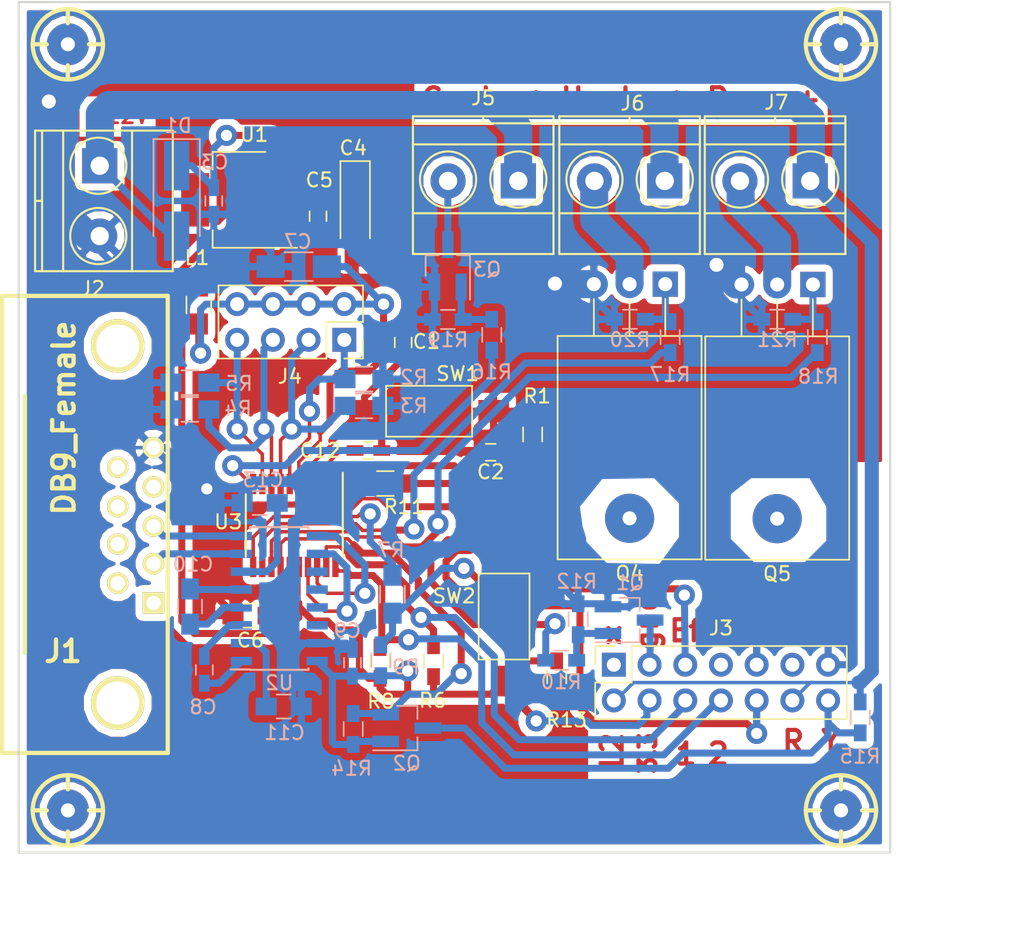
<source format=kicad_pcb>
(kicad_pcb (version 4) (host pcbnew 4.0.7)
  (layers (0 F.Cu signal) (31 B.Cu signal) (34 B.Paste user) (35 F.Paste user) (36 B.SilkS user) (37 F.SilkS user) (38 B.Mask user) (39 F.Mask user) (44 Edge.Cuts user))
  (net 0 "")
  (net 1 /NRST)
  (net 2 GND)
  (net 3 /BOOT0)
  (net 4 +12V)
  (net 5 +3V3)
  (net 6 "Net-(C8-Pad1)")
  (net 7 "Net-(C8-Pad2)")
  (net 8 "Net-(C10-Pad1)")
  (net 9 "Net-(C10-Pad2)")
  (net 10 "Net-(C11-Pad2)")
  (net 11 /DigIn0)
  (net 12 "Net-(C13-Pad2)")
  (net 13 "Net-(J1-Pad2)")
  (net 14 "Net-(J1-Pad3)")
  (net 15 +3.3VADC)
  (net 16 "Net-(Q1-Pad1)")
  (net 17 /TIM3_Ch4)
  (net 18 "Net-(Q3-Pad1)")
  (net 19 "Net-(Q4-Pad1)")
  (net 20 "Net-(Q5-Pad1)")
  (net 21 /ADC0)
  (net 22 /ADC1)
  (net 23 /ADC2)
  (net 24 /ADC3)
  (net 25 /DigOut1)
  (net 26 /DigIn1)
  (net 27 /DigOut2)
  (net 28 /DigOut0)
  (net 29 /Tim14Ch1)
  (net 30 /TIM16_Ch1)
  (net 31 /TIM17_Ch1)
  (net 32 /USART_Tx)
  (net 33 /USART_Rx)
  (net 34 /Alrm)
  (net 35 /EF)
  (net 36 /W.levl)
  (net 37 /Yellow)
  (net 38 "Net-(C3-Pad1)")
  (net 39 "Net-(J5-Pad2)")
  (net 40 "Net-(J6-Pad2)")
  (net 41 "Net-(J7-Pad2)")
  (module modules:hole_3mm (layer F.Cu) (at 45.8548 37.0272)
    (fp_text reference hole_3mm hide)
    (fp_text value Val** hide)
    (pad "" np_thru_hole circle (at 0 0) (size 3 3) (drill 1) (layers *.Cu *.Mask))
  )
  (module modules:hole_3mm (layer F.Cu) (at 100.8548 37.0272)
    (fp_text reference hole_3mm hide)
    (fp_text value Val** hide)
    (pad "" np_thru_hole circle (at 0 0) (size 3 3) (drill 1) (layers *.Cu *.Mask))
  )
  (module modules:hole_3mm (layer F.Cu) (at 100.8548 91.5272)
    (fp_text reference hole_3mm hide)
    (fp_text value Val** hide)
    (pad "" np_thru_hole circle (at 0 0) (size 3 3) (drill 1) (layers *.Cu *.Mask))
  )
  (module Capacitor_SMD.pretty:C_0603_HandSoldering (layer F.Cu) (at 69.7103 58.2422 90)
    (fp_text reference C1 (at 0.0635 1.651 180) (layer F.SilkS))
    (fp_text value 0.1)
    (pad 1 smd rect (at -0.95 0 90) (size 1.2 0.75) (layers F.Cu F.Paste F.Mask) (net 1 /NRST))
    (pad 2 smd rect (at 0.95 0 90) (size 1.2 0.75) (layers F.Cu F.Paste F.Mask) (net 2 GND))
  )
  (module Capacitor_SMD.pretty:C_0603_HandSoldering (layer F.Cu) (at 75.9333 66.0527 180)
    (fp_text reference C2 (at 0 -1.397 180) (layer F.SilkS))
    (fp_text value 0.1)
    (pad 1 smd rect (at -0.95 0 180) (size 1.2 0.75) (layers F.Cu F.Paste F.Mask) (net 3 /BOOT0))
    (pad 2 smd rect (at 0.95 0 180) (size 1.2 0.75) (layers F.Cu F.Paste F.Mask) (net 2 GND))
  )
  (module Capacitor_SMD.pretty:C_0603_HandSoldering (layer B.Cu) (at 56.2356 48.1711 270)
    (fp_text reference C3 (at -2.7559 -0.0762 360) (layer B.SilkS) (effects (justify mirror)))
    (fp_text value 0.1)
    (pad 1 smd rect (at -0.95 0 270) (size 1.2 0.75) (layers B.Cu B.Paste B.Mask) (net 38 "Net-(C3-Pad1)"))
    (pad 2 smd rect (at 0.95 0 270) (size 1.2 0.75) (layers B.Cu B.Paste B.Mask) (net 2 GND))
  )
  (module Capacitor_Tantalum_SMD.pretty:CP_Tantalum_Case-A_EIA-3216-18_Hand (layer F.Cu) (at 66.294 49.2379 270)
    (fp_text reference C4 (at -4.8387 0.1397 360) (layer F.SilkS))
    (fp_text value 47u)
    (pad 1 smd rect (at -2 0 270) (size 3.2 1.5) (layers F.Cu F.Paste F.Mask) (net 5 +3V3))
    (pad 2 smd rect (at 2 0 270) (size 3.2 1.5) (layers F.Cu F.Paste F.Mask) (net 2 GND))
  )
  (module Capacitor_SMD.pretty:C_0603_HandSoldering (layer F.Cu) (at 63.6524 49.2633 270)
    (fp_text reference C5 (at -2.5781 -0.0889 360) (layer F.SilkS))
    (fp_text value 0.1)
    (pad 1 smd rect (at -0.95 0 270) (size 1.2 0.75) (layers F.Cu F.Paste F.Mask) (net 5 +3V3))
    (pad 2 smd rect (at 0.95 0 270) (size 1.2 0.75) (layers F.Cu F.Paste F.Mask) (net 2 GND))
  )
  (module Capacitor_SMD.pretty:C_0805_HandSoldering (layer F.Cu) (at 58.8518 77.6732 180)
    (fp_text reference C6 (at 0 -1.75 180) (layer F.SilkS))
    (fp_text value 1u)
    (pad 1 smd rect (at -1.25 0 180) (size 1.5 1.25) (layers F.Cu F.Paste F.Mask) (net 5 +3V3))
    (pad 2 smd rect (at 1.25 0 180) (size 1.5 1.25) (layers F.Cu F.Paste F.Mask) (net 2 GND))
  )
  (module Capacitor_SMD.pretty:C_0603_HandSoldering (layer B.Cu) (at 55.5625 81.534 270)
    (fp_text reference C8 (at 2.6416 0.0889 360) (layer B.SilkS) (effects (justify mirror)))
    (fp_text value 0.1)
    (pad 1 smd rect (at -0.95 0 270) (size 1.2 0.75) (layers B.Cu B.Paste B.Mask) (net 6 "Net-(C8-Pad1)"))
    (pad 2 smd rect (at 0.95 0 270) (size 1.2 0.75) (layers B.Cu B.Paste B.Mask) (net 7 "Net-(C8-Pad2)"))
  )
  (module Capacitor_SMD.pretty:C_0603_HandSoldering (layer B.Cu) (at 66.1035 81.026 270)
    (fp_text reference C9 (at -2.286 0.3683 360) (layer B.SilkS) (effects (justify mirror)))
    (fp_text value 0.1)
    (pad 1 smd rect (at -0.95 0 270) (size 1.2 0.75) (layers B.Cu B.Paste B.Mask) (net 2 GND))
    (pad 2 smd rect (at 0.95 0 270) (size 1.2 0.75) (layers B.Cu B.Paste B.Mask) (net 5 +3V3))
  )
  (module Capacitor_SMD.pretty:C_0805_HandSoldering (layer B.Cu) (at 54.5465 77.0255 90)
    (fp_text reference C10 (at 3.0099 0.2159 180) (layer B.SilkS) (effects (justify mirror)))
    (fp_text value 0.47)
    (pad 1 smd rect (at -1.25 0 90) (size 1.5 1.25) (layers B.Cu B.Paste B.Mask) (net 8 "Net-(C10-Pad1)"))
    (pad 2 smd rect (at 1.25 0 90) (size 1.5 1.25) (layers B.Cu B.Paste B.Mask) (net 9 "Net-(C10-Pad2)"))
  )
  (module Capacitor_SMD.pretty:C_0805_HandSoldering (layer B.Cu) (at 61.214 84.1375 180)
    (fp_text reference C11 (at -0.0508 -1.8669 180) (layer B.SilkS) (effects (justify mirror)))
    (fp_text value 0.47)
    (pad 1 smd rect (at -1.25 0 180) (size 1.5 1.25) (layers B.Cu B.Paste B.Mask) (net 2 GND))
    (pad 2 smd rect (at 1.25 0 180) (size 1.5 1.25) (layers B.Cu B.Paste B.Mask) (net 10 "Net-(C11-Pad2)"))
  )
  (module Capacitor_SMD.pretty:C_0603_HandSoldering (layer F.Cu) (at 67.2338 65.9257)
    (fp_text reference C12 (at -3.429 0) (layer F.SilkS))
    (fp_text value 0.1)
    (pad 1 smd rect (at -0.95 0) (size 1.2 0.75) (layers F.Cu F.Paste F.Mask) (net 11 /DigIn0))
    (pad 2 smd rect (at 0.95 0) (size 1.2 0.75) (layers F.Cu F.Paste F.Mask) (net 2 GND))
  )
  (module Capacitor_SMD.pretty:C_0805_HandSoldering (layer B.Cu) (at 59.4995 69.6595)
    (fp_text reference C13 (at 0.2413 -1.6383) (layer B.SilkS) (effects (justify mirror)))
    (fp_text value 0.47)
    (pad 1 smd rect (at -1.25 0) (size 1.5 1.25) (layers B.Cu B.Paste B.Mask) (net 2 GND))
    (pad 2 smd rect (at 1.25 0) (size 1.5 1.25) (layers B.Cu B.Paste B.Mask) (net 12 "Net-(C13-Pad2)"))
  )
  (module Diode_SMD.pretty:D_SMA_Handsoldering (layer B.Cu) (at 53.594 48.1711 270)
    (fp_text reference D1 (at -5.3594 -0.1143 360) (layer B.SilkS) (effects (justify mirror)))
    (fp_text value SS14)
    (pad 1 smd rect (at -2.5 0 270) (size 3.5 1.8) (layers B.Cu B.Paste B.Mask) (net 38 "Net-(C3-Pad1)"))
    (pad 2 smd rect (at 2.5 0 270) (size 3.5 1.8) (layers B.Cu B.Paste B.Mask) (net 4 +12V))
  )
  (module modules:DB9-F (layer F.Cu) (at 50.673 71.3105 90)
    (fp_text reference J1 (at -8.9027 -5.1562 180) (layer F.SilkS) (effects (font (thickness 0.3048))))
    (fp_text value DB9_Female (at 7.7 -5.1 90) (layer F.SilkS) (effects (font (thickness 0.3048))))
    (pad "" thru_hole circle (at 12.827 -1.27 90) (size 3.81 3.81) (drill 3.048) (layers *.Cu *.Mask F.SilkS))
    (pad "" thru_hole circle (at -12.573 -1.27 90) (size 3.81 3.81) (drill 3.048) (layers *.Cu *.Mask F.SilkS))
    (pad 1 thru_hole rect (at -5.461 1.27 90) (size 1.524 1.524) (drill 1.016) (layers *.Cu *.Mask F.SilkS))
    (pad 2 thru_hole circle (at -2.667 1.27 90) (size 1.524 1.524) (drill 1.016) (layers *.Cu *.Mask F.SilkS) (net 13 "Net-(J1-Pad2)"))
    (pad 3 thru_hole circle (at 0 1.27 90) (size 1.524 1.524) (drill 1.016) (layers *.Cu *.Mask F.SilkS) (net 14 "Net-(J1-Pad3)"))
    (pad 4 thru_hole circle (at 2.794 1.27 90) (size 1.524 1.524) (drill 1.016) (layers *.Cu *.Mask F.SilkS))
    (pad 5 thru_hole circle (at 5.588 1.27 90) (size 1.524 1.524) (drill 1.016) (layers *.Cu *.Mask F.SilkS) (net 2 GND))
    (pad 6 thru_hole circle (at -4.064 -1.27 90) (size 1.524 1.524) (drill 1.016) (layers *.Cu *.Mask F.SilkS))
    (pad 7 thru_hole circle (at -1.27 -1.27 90) (size 1.524 1.524) (drill 1.016) (layers *.Cu *.Mask F.SilkS))
    (pad 8 thru_hole circle (at 1.397 -1.27 90) (size 1.524 1.524) (drill 1.016) (layers *.Cu *.Mask F.SilkS))
    (pad 9 thru_hole circle (at 4.191 -1.27 90) (size 1.524 1.524) (drill 1.016) (layers *.Cu *.Mask F.SilkS))
  )
  (module Connectors_Terminal_Blocks:TerminalBlock_Pheonix_MKDS1.5-2pol (layer F.Cu) (at 48.1203 45.6692 270)
    (fp_text reference J2 (at 8.7376 0.4953 360) (layer F.SilkS))
    (fp_text value 12VIN)
    (pad 1 thru_hole rect (at 0 0 270) (size 2.5 2.5) (drill 1.3) (layers *.Cu *.Mask) (net 4 +12V))
    (pad 2 thru_hole circle (at 5 0 270) (size 2.5 2.5) (drill 1.3) (layers *.Cu *.Mask) (net 2 GND))
  )
  (module Resistors_SMD.pretty:R_0805_HandSoldering (layer F.Cu) (at 55.1688 55.5752 270)
    (fp_text reference L1 (at -3.3655 0.127 360) (layer F.SilkS))
    (fp_text value "BMBA 0.1mH")
    (pad 1 smd rect (at -1.35 0 270) (size 1.5 1.3) (layers F.Cu F.Paste F.Mask) (net 5 +3V3))
    (pad 2 smd rect (at 1.35 0 270) (size 1.5 1.3) (layers F.Cu F.Paste F.Mask) (net 15 +3.3VADC))
  )
  (module TO_SOT_Packages_SMD:SOT-23_Handsoldering (layer B.Cu) (at 85.7758 77.9907)
    (fp_text reference Q1 (at 0.0762 -2.6543) (layer B.SilkS) (effects (justify mirror)))
    (fp_text value SI2300)
    (pad 1 smd rect (at -1.5 0.95) (size 1.9 0.8) (layers B.Cu B.Paste B.Mask) (net 16 "Net-(Q1-Pad1)"))
    (pad 2 smd rect (at -1.5 -0.95) (size 1.9 0.8) (layers B.Cu B.Paste B.Mask) (net 2 GND))
    (pad 3 smd rect (at 1.5 0) (size 1.9 0.8) (layers B.Cu B.Paste B.Mask) (net 34 /Alrm))
  )
  (module TO_SOT_Packages_SMD:SOT-23_Handsoldering (layer B.Cu) (at 69.9643 85.6742)
    (fp_text reference Q2 (at 0 2.5) (layer B.SilkS) (effects (justify mirror)))
    (fp_text value SI2300)
    (pad 1 smd rect (at -1.5 0.95) (size 1.9 0.8) (layers B.Cu B.Paste B.Mask) (net 5 +3V3))
    (pad 2 smd rect (at -1.5 -0.95) (size 1.9 0.8) (layers B.Cu B.Paste B.Mask) (net 17 /TIM3_Ch4))
    (pad 3 smd rect (at 1.5 0) (size 1.9 0.8) (layers B.Cu B.Paste B.Mask) (net 37 /Yellow))
  )
  (module TO_SOT_Packages_SMD:SOT-23_Handsoldering (layer B.Cu) (at 72.8853 52.7939 90)
    (fp_text reference Q3 (at -0.2413 2.794 180) (layer B.SilkS) (effects (justify mirror)))
    (fp_text value SI2300)
    (pad 1 smd rect (at -1.5 0.95 90) (size 1.9 0.8) (layers B.Cu B.Paste B.Mask) (net 18 "Net-(Q3-Pad1)"))
    (pad 2 smd rect (at -1.5 -0.95 90) (size 1.9 0.8) (layers B.Cu B.Paste B.Mask) (net 2 GND))
    (pad 3 smd rect (at 1.5 0 90) (size 1.9 0.8) (layers B.Cu B.Paste B.Mask) (net 39 "Net-(J5-Pad2)"))
  )
  (module Resistors_SMD.pretty:R_0603_HandSoldering (layer F.Cu) (at 78.9178 64.7827 90)
    (fp_text reference R1 (at 2.7305 0.3175 180) (layer F.SilkS))
    (fp_text value 10k)
    (pad 1 smd rect (at -1.1 0 90) (size 1.2 0.9) (layers F.Cu F.Paste F.Mask) (net 3 /BOOT0))
    (pad 2 smd rect (at 1.1 0 90) (size 1.2 0.9) (layers F.Cu F.Paste F.Mask) (net 2 GND))
  )
  (module Resistors_SMD.pretty:R_0805_HandSoldering (layer B.Cu) (at 66.9163 60.8457)
    (fp_text reference R2 (at 3.556 -0.127) (layer B.SilkS) (effects (justify mirror)))
    (fp_text value 1k0.1%)
    (pad 1 smd rect (at -1.35 0) (size 1.5 1.3) (layers B.Cu B.Paste B.Mask) (net 21 /ADC0))
    (pad 2 smd rect (at 1.35 0) (size 1.5 1.3) (layers B.Cu B.Paste B.Mask) (net 2 GND))
  )
  (module Resistors_SMD.pretty:R_0805_HandSoldering (layer B.Cu) (at 66.9163 62.7507)
    (fp_text reference R3 (at 3.556 0) (layer B.SilkS) (effects (justify mirror)))
    (fp_text value 1k0.1%)
    (pad 1 smd rect (at -1.35 0) (size 1.5 1.3) (layers B.Cu B.Paste B.Mask) (net 22 /ADC1))
    (pad 2 smd rect (at 1.35 0) (size 1.5 1.3) (layers B.Cu B.Paste B.Mask) (net 2 GND))
  )
  (module Resistors_SMD.pretty:R_0805_HandSoldering (layer B.Cu) (at 54.5338 63.0047 180)
    (fp_text reference R4 (at -3.429 0.0635 180) (layer B.SilkS) (effects (justify mirror)))
    (fp_text value 1k0.1%)
    (pad 1 smd rect (at -1.35 0 180) (size 1.5 1.3) (layers B.Cu B.Paste B.Mask) (net 23 /ADC2))
    (pad 2 smd rect (at 1.35 0 180) (size 1.5 1.3) (layers B.Cu B.Paste B.Mask) (net 2 GND))
  )
  (module Resistors_SMD.pretty:R_0805_HandSoldering (layer B.Cu) (at 54.5338 61.0997 180)
    (fp_text reference R5 (at -3.4925 -0.0635 180) (layer B.SilkS) (effects (justify mirror)))
    (fp_text value 1k0.1%)
    (pad 1 smd rect (at -1.35 0 180) (size 1.5 1.3) (layers B.Cu B.Paste B.Mask) (net 24 /ADC3))
    (pad 2 smd rect (at 1.35 0 180) (size 1.5 1.3) (layers B.Cu B.Paste B.Mask) (net 2 GND))
  )
  (module Resistors_SMD.pretty:R_0603_HandSoldering (layer F.Cu) (at 71.8693 80.9117 90)
    (fp_text reference R6 (at -2.794 -0.0635 180) (layer F.SilkS))
    (fp_text value 10k)
    (pad 1 smd rect (at -1.1 0 90) (size 1.2 0.9) (layers F.Cu F.Paste F.Mask) (net 5 +3V3))
    (pad 2 smd rect (at 1.1 0 90) (size 1.2 0.9) (layers F.Cu F.Paste F.Mask) (net 25 /DigOut1))
  )
  (module Resistors_SMD.pretty:R_0805_HandSoldering (layer B.Cu) (at 68.9483 76.1492 90)
    (fp_text reference R7 (at 3.1496 -0.1143 180) (layer B.SilkS) (effects (justify mirror)))
    (fp_text value 47)
    (pad 1 smd rect (at -1.35 0 90) (size 1.5 1.3) (layers B.Cu B.Paste B.Mask) (net 35 /EF))
    (pad 2 smd rect (at 1.35 0 90) (size 1.5 1.3) (layers B.Cu B.Paste B.Mask) (net 26 /DigIn1))
  )
  (module Resistors_SMD.pretty:R_0603_HandSoldering (layer F.Cu) (at 68.0593 81.0387 90)
    (fp_text reference R8 (at -2.7305 0.0635 180) (layer F.SilkS))
    (fp_text value 10k)
    (pad 1 smd rect (at -1.1 0 90) (size 1.2 0.9) (layers F.Cu F.Paste F.Mask) (net 5 +3V3))
    (pad 2 smd rect (at 1.1 0 90) (size 1.2 0.9) (layers F.Cu F.Paste F.Mask) (net 27 /DigOut2))
  )
  (module Resistors_SMD.pretty:R_0603_HandSoldering (layer B.Cu) (at 68.1228 80.8482 90)
    (fp_text reference R9 (at -0.4826 1.778 180) (layer B.SilkS) (effects (justify mirror)))
    (fp_text value 10k)
    (pad 1 smd rect (at -1.1 0 90) (size 1.2 0.9) (layers B.Cu B.Paste B.Mask) (net 5 +3V3))
    (pad 2 smd rect (at 1.1 0 90) (size 1.2 0.9) (layers B.Cu B.Paste B.Mask) (net 35 /EF))
  )
  (module Resistors_SMD.pretty:R_0603_HandSoldering (layer B.Cu) (at 80.9498 80.8482 180)
    (fp_text reference R10 (at 0 -1.5367 180) (layer B.SilkS) (effects (justify mirror)))
    (fp_text value 510)
    (pad 1 smd rect (at -1.1 0 180) (size 1.2 0.9) (layers B.Cu B.Paste B.Mask) (net 16 "Net-(Q1-Pad1)"))
    (pad 2 smd rect (at 1.1 0 180) (size 1.2 0.9) (layers B.Cu B.Paste B.Mask) (net 28 /DigOut0))
  )
  (module Resistors_SMD.pretty:R_0805_HandSoldering (layer F.Cu) (at 68.4403 68.2752 180)
    (fp_text reference R11 (at -1.3335 -1.651 180) (layer F.SilkS))
    (fp_text value 47)
    (pad 1 smd rect (at -1.35 0 180) (size 1.5 1.3) (layers F.Cu F.Paste F.Mask) (net 36 /W.levl))
    (pad 2 smd rect (at 1.35 0 180) (size 1.5 1.3) (layers F.Cu F.Paste F.Mask) (net 11 /DigIn0))
  )
  (module Resistors_SMD.pretty:R_0603_HandSoldering (layer B.Cu) (at 82.1563 77.9272 270)
    (fp_text reference R12 (at -2.6924 0.1016 360) (layer B.SilkS) (effects (justify mirror)))
    (fp_text value 10k)
    (pad 1 smd rect (at -1.1 0 270) (size 1.2 0.9) (layers B.Cu B.Paste B.Mask) (net 2 GND))
    (pad 2 smd rect (at 1.1 0 270) (size 1.2 0.9) (layers B.Cu B.Paste B.Mask) (net 16 "Net-(Q1-Pad1)"))
  )
  (module Resistors_SMD.pretty:R_0603_HandSoldering (layer F.Cu) (at 80.6323 81.9912 270)
    (fp_text reference R13 (at 3.1115 -0.6985 360) (layer F.SilkS))
    (fp_text value 10k)
    (pad 1 smd rect (at -1.1 0 270) (size 1.2 0.9) (layers F.Cu F.Paste F.Mask) (net 5 +3V3))
    (pad 2 smd rect (at 1.1 0 270) (size 1.2 0.9) (layers F.Cu F.Paste F.Mask) (net 36 /W.levl))
  )
  (module Resistors_SMD.pretty:R_0603_HandSoldering (layer B.Cu) (at 66.1543 85.7377 270)
    (fp_text reference R14 (at 2.8067 0.1143 360) (layer B.SilkS) (effects (justify mirror)))
    (fp_text value 10k)
    (pad 1 smd rect (at -1.1 0 270) (size 1.2 0.9) (layers B.Cu B.Paste B.Mask) (net 17 /TIM3_Ch4))
    (pad 2 smd rect (at 1.1 0 270) (size 1.2 0.9) (layers B.Cu B.Paste B.Mask) (net 5 +3V3))
  )
  (module Resistors_SMD.pretty:R_0603_HandSoldering (layer B.Cu) (at 102.2223 84.9122 270)
    (fp_text reference R15 (at 2.7686 0.0127 360) (layer B.SilkS) (effects (justify mirror)))
    (fp_text value 10k)
    (pad 1 smd rect (at -1.1 0 270) (size 1.2 0.9) (layers B.Cu B.Paste B.Mask) (net 4 +12V))
    (pad 2 smd rect (at 1.1 0 270) (size 1.2 0.9) (layers B.Cu B.Paste B.Mask) (net 37 /Yellow))
  )
  (module Resistors_SMD.pretty:R_0603_HandSoldering (layer B.Cu) (at 76.0095 57.6961 270)
    (fp_text reference R16 (at 2.6416 0.0127 360) (layer B.SilkS) (effects (justify mirror)))
    (fp_text value 510)
    (pad 1 smd rect (at -1.1 0 270) (size 1.2 0.9) (layers B.Cu B.Paste B.Mask) (net 18 "Net-(Q3-Pad1)"))
    (pad 2 smd rect (at 1.1 0 270) (size 1.2 0.9) (layers B.Cu B.Paste B.Mask) (net 29 /Tim14Ch1))
  )
  (module Resistors_SMD.pretty:R_0603_HandSoldering (layer B.Cu) (at 88.6968 57.8612 270)
    (fp_text reference R17 (at 2.667 0 360) (layer B.SilkS) (effects (justify mirror)))
    (fp_text value 510)
    (pad 1 smd rect (at -1.1 0 270) (size 1.2 0.9) (layers B.Cu B.Paste B.Mask) (net 19 "Net-(Q4-Pad1)"))
    (pad 2 smd rect (at 1.1 0 270) (size 1.2 0.9) (layers B.Cu B.Paste B.Mask) (net 30 /TIM16_Ch1))
  )
  (module Resistors_SMD.pretty:R_0603_HandSoldering (layer B.Cu) (at 99.1743 57.8612 270)
    (fp_text reference R18 (at 2.794 -0.0635 360) (layer B.SilkS) (effects (justify mirror)))
    (fp_text value 510)
    (pad 1 smd rect (at -1.1 0 270) (size 1.2 0.9) (layers B.Cu B.Paste B.Mask) (net 20 "Net-(Q5-Pad1)"))
    (pad 2 smd rect (at 1.1 0 270) (size 1.2 0.9) (layers B.Cu B.Paste B.Mask) (net 31 /TIM17_Ch1))
  )
  (module Resistors_SMD.pretty:R_0603_HandSoldering (layer B.Cu) (at 72.8853 56.6039)
    (fp_text reference R19 (at 0 1.45) (layer B.SilkS) (effects (justify mirror)))
    (fp_text value 10k)
    (pad 1 smd rect (at -1.1 0) (size 1.2 0.9) (layers B.Cu B.Paste B.Mask) (net 2 GND))
    (pad 2 smd rect (at 1.1 0) (size 1.2 0.9) (layers B.Cu B.Paste B.Mask) (net 18 "Net-(Q3-Pad1)"))
  )
  (module Resistors_SMD.pretty:R_0603_HandSoldering (layer B.Cu) (at 85.8393 56.5912)
    (fp_text reference R20 (at 0 1.45) (layer B.SilkS) (effects (justify mirror)))
    (fp_text value 10k)
    (pad 1 smd rect (at -1.1 0) (size 1.2 0.9) (layers B.Cu B.Paste B.Mask) (net 2 GND))
    (pad 2 smd rect (at 1.1 0) (size 1.2 0.9) (layers B.Cu B.Paste B.Mask) (net 19 "Net-(Q4-Pad1)"))
  )
  (module Resistors_SMD.pretty:R_0603_HandSoldering (layer B.Cu) (at 96.3168 56.5912)
    (fp_text reference R21 (at 0 1.45) (layer B.SilkS) (effects (justify mirror)))
    (fp_text value 10k)
    (pad 1 smd rect (at -1.1 0) (size 1.2 0.9) (layers B.Cu B.Paste B.Mask) (net 2 GND))
    (pad 2 smd rect (at 1.1 0) (size 1.2 0.9) (layers B.Cu B.Paste B.Mask) (net 20 "Net-(Q5-Pad1)"))
  )
  (module Buttons_Switches_SMD:SW_SPST_FSMSM (layer F.Cu) (at 71.5518 63.1317)
    (fp_text reference SW1 (at 2.032 -2.667) (layer F.SilkS))
    (fp_text value Reset)
    (pad 1 smd rect (at -4.59 0) (size 2.18 1.6) (layers F.Cu F.Paste F.Mask) (net 1 /NRST))
    (pad 2 smd rect (at 4.59 0) (size 2.18 1.6) (layers F.Cu F.Paste F.Mask) (net 2 GND))
  )
  (module Buttons_Switches_SMD:SW_SPST_FSMSM (layer F.Cu) (at 76.8858 77.7367 270)
    (fp_text reference SW2 (at -1.4605 3.556 360) (layer F.SilkS))
    (fp_text value Boot)
    (pad 1 smd rect (at -4.59 0 270) (size 2.18 1.6) (layers F.Cu F.Paste F.Mask) (net 3 /BOOT0))
    (pad 2 smd rect (at 4.59 0 270) (size 2.18 1.6) (layers F.Cu F.Paste F.Mask) (net 5 +3V3))
  )
  (module TO_SOT_Packages_SMD:SOT-223 (layer F.Cu) (at 58.0644 48.0949 180)
    (fp_text reference U1 (at -1.0414 4.6482 180) (layer F.SilkS))
    (fp_text value LM1117-3.3)
    (pad 4 smd rect (at 3.15 0 180) (size 2 3.8) (layers F.Cu F.Paste F.Mask))
    (pad 2 smd rect (at -3.15 0 180) (size 2 1.5) (layers F.Cu F.Paste F.Mask) (net 5 +3V3))
    (pad 3 smd rect (at -3.15 2.3 180) (size 2 1.5) (layers F.Cu F.Paste F.Mask) (net 38 "Net-(C3-Pad1)"))
    (pad 1 smd rect (at -3.15 -2.3 180) (size 2 1.5) (layers F.Cu F.Paste F.Mask) (net 2 GND))
  )
  (module Housings_SOIC:SOIC-16_3.9x9.9mm_Pitch1.27mm (layer B.Cu) (at 60.8965 76.454)
    (fp_text reference U2 (at 0 6) (layer B.SilkS) (effects (justify mirror)))
    (fp_text value MAX3232)
    (pad 1 smd rect (at -2.7 4.445) (size 1.5 0.6) (layers B.Cu B.Paste B.Mask) (net 7 "Net-(C8-Pad2)"))
    (pad 2 smd rect (at -2.7 3.175) (size 1.5 0.6) (layers B.Cu B.Paste B.Mask) (net 10 "Net-(C11-Pad2)"))
    (pad 3 smd rect (at -2.7 1.905) (size 1.5 0.6) (layers B.Cu B.Paste B.Mask) (net 6 "Net-(C8-Pad1)"))
    (pad 4 smd rect (at -2.7 0.635) (size 1.5 0.6) (layers B.Cu B.Paste B.Mask) (net 8 "Net-(C10-Pad1)"))
    (pad 5 smd rect (at -2.7 -0.635) (size 1.5 0.6) (layers B.Cu B.Paste B.Mask) (net 9 "Net-(C10-Pad2)"))
    (pad 6 smd rect (at -2.7 -1.905) (size 1.5 0.6) (layers B.Cu B.Paste B.Mask) (net 12 "Net-(C13-Pad2)"))
    (pad 7 smd rect (at -2.7 -3.175) (size 1.5 0.6) (layers B.Cu B.Paste B.Mask) (net 13 "Net-(J1-Pad2)"))
    (pad 8 smd rect (at -2.7 -4.445) (size 1.5 0.6) (layers B.Cu B.Paste B.Mask) (net 14 "Net-(J1-Pad3)"))
    (pad 9 smd rect (at 2.7 -4.445) (size 1.5 0.6) (layers B.Cu B.Paste B.Mask) (net 33 /USART_Rx))
    (pad 10 smd rect (at 2.7 -3.175) (size 1.5 0.6) (layers B.Cu B.Paste B.Mask) (net 32 /USART_Tx))
    (pad 11 smd rect (at 2.7 -1.905) (size 1.5 0.6) (layers B.Cu B.Paste B.Mask))
    (pad 12 smd rect (at 2.7 -0.635) (size 1.5 0.6) (layers B.Cu B.Paste B.Mask))
    (pad 13 smd rect (at 2.7 0.635) (size 1.5 0.6) (layers B.Cu B.Paste B.Mask))
    (pad 14 smd rect (at 2.7 1.905) (size 1.5 0.6) (layers B.Cu B.Paste B.Mask))
    (pad 15 smd rect (at 2.7 3.175) (size 1.5 0.6) (layers B.Cu B.Paste B.Mask) (net 2 GND))
    (pad 16 smd rect (at 2.7 4.445) (size 1.5 0.6) (layers B.Cu B.Paste B.Mask) (net 5 +3V3))
  )
  (module Housings_SSOP:TSSOP-20_4.4x6.5mm_Pitch0.65mm (layer F.Cu) (at 61.9633 71.2597 270)
    (fp_text reference U3 (at -0.254 4.699 360) (layer F.SilkS))
    (fp_text value STM32F030F4Px)
    (pad 1 smd rect (at -2.95 -2.925 270) (size 1.45 0.45) (layers F.Cu F.Paste F.Mask) (net 3 /BOOT0))
    (pad 2 smd rect (at -2.95 -2.275 270) (size 1.45 0.45) (layers F.Cu F.Paste F.Mask) (net 11 /DigIn0))
    (pad 3 smd rect (at -2.95 -1.625 270) (size 1.45 0.45) (layers F.Cu F.Paste F.Mask) (net 28 /DigOut0))
    (pad 4 smd rect (at -2.95 -0.975 270) (size 1.45 0.45) (layers F.Cu F.Paste F.Mask) (net 1 /NRST))
    (pad 5 smd rect (at -2.95 -0.325 270) (size 1.45 0.45) (layers F.Cu F.Paste F.Mask) (net 15 +3.3VADC))
    (pad 6 smd rect (at -2.95 0.325 270) (size 1.45 0.45) (layers F.Cu F.Paste F.Mask) (net 21 /ADC0))
    (pad 7 smd rect (at -2.95 0.975 270) (size 1.45 0.45) (layers F.Cu F.Paste F.Mask) (net 22 /ADC1))
    (pad 8 smd rect (at -2.95 1.625 270) (size 1.45 0.45) (layers F.Cu F.Paste F.Mask) (net 23 /ADC2))
    (pad 9 smd rect (at -2.95 2.275 270) (size 1.45 0.45) (layers F.Cu F.Paste F.Mask) (net 24 /ADC3))
    (pad 10 smd rect (at -2.95 2.925 270) (size 1.45 0.45) (layers F.Cu F.Paste F.Mask) (net 29 /Tim14Ch1))
    (pad 11 smd rect (at 2.95 2.925 270) (size 1.45 0.45) (layers F.Cu F.Paste F.Mask) (net 26 /DigIn1))
    (pad 12 smd rect (at 2.95 2.275 270) (size 1.45 0.45) (layers F.Cu F.Paste F.Mask) (net 30 /TIM16_Ch1))
    (pad 13 smd rect (at 2.95 1.625 270) (size 1.45 0.45) (layers F.Cu F.Paste F.Mask) (net 31 /TIM17_Ch1))
    (pad 14 smd rect (at 2.95 0.975 270) (size 1.45 0.45) (layers F.Cu F.Paste F.Mask) (net 17 /TIM3_Ch4))
    (pad 15 smd rect (at 2.95 0.325 270) (size 1.45 0.45) (layers F.Cu F.Paste F.Mask) (net 2 GND))
    (pad 16 smd rect (at 2.95 -0.325 270) (size 1.45 0.45) (layers F.Cu F.Paste F.Mask) (net 5 +3V3))
    (pad 17 smd rect (at 2.95 -0.975 270) (size 1.45 0.45) (layers F.Cu F.Paste F.Mask) (net 32 /USART_Tx))
    (pad 18 smd rect (at 2.95 -1.625 270) (size 1.45 0.45) (layers F.Cu F.Paste F.Mask) (net 33 /USART_Rx))
    (pad 19 smd rect (at 2.95 -2.275 270) (size 1.45 0.45) (layers F.Cu F.Paste F.Mask) (net 25 /DigOut1))
    (pad 20 smd rect (at 2.95 -2.925 270) (size 1.45 0.45) (layers F.Cu F.Paste F.Mask) (net 27 /DigOut2))
  )
  (module Connector_PinSocket_2.54mm:PinSocket_2x07_P2.54mm_Vertical (layer F.Cu) (at 84.6963 81.1657 90)
    (fp_text reference J3 (at 2.6035 7.62 180) (layer F.SilkS))
    (fp_text value "Ext. devices")
    (pad 1 thru_hole rect (at 0 0 90) (size 1.7 1.7) (drill 1) (layers *.Cu *.Mask))
    (pad 2 thru_hole oval (at -2.54 0 90) (size 1.7 1.7) (drill 1) (layers *.Cu *.Mask) (net 4 +12V))
    (pad 3 thru_hole oval (at 0 2.54 90) (size 1.7 1.7) (drill 1) (layers *.Cu *.Mask) (net 34 /Alrm))
    (pad 4 thru_hole oval (at -2.54 2.54 90) (size 1.7 1.7) (drill 1) (layers *.Cu *.Mask) (net 5 +3V3))
    (pad 5 thru_hole oval (at 0 5.08 90) (size 1.7 1.7) (drill 1) (layers *.Cu *.Mask) (net 35 /EF))
    (pad 6 thru_hole oval (at -2.54 5.08 90) (size 1.7 1.7) (drill 1) (layers *.Cu *.Mask) (net 25 /DigOut1))
    (pad 7 thru_hole oval (at 0 7.62 90) (size 1.7 1.7) (drill 1) (layers *.Cu *.Mask))
    (pad 8 thru_hole oval (at -2.54 7.62 90) (size 1.7 1.7) (drill 1) (layers *.Cu *.Mask) (net 27 /DigOut2))
    (pad 9 thru_hole oval (at 0 10.16 90) (size 1.7 1.7) (drill 1) (layers *.Cu *.Mask) (net 2 GND))
    (pad 10 thru_hole oval (at -2.54 10.16 90) (size 1.7 1.7) (drill 1) (layers *.Cu *.Mask) (net 36 /W.levl))
    (pad 11 thru_hole oval (at 0 12.7 90) (size 1.7 1.7) (drill 1) (layers *.Cu *.Mask))
    (pad 12 thru_hole oval (at -2.54 12.7 90) (size 1.7 1.7) (drill 1) (layers *.Cu *.Mask) (net 4 +12V))
    (pad 13 thru_hole oval (at 0 15.24 90) (size 1.7 1.7) (drill 1) (layers *.Cu *.Mask) (net 2 GND))
    (pad 14 thru_hole oval (at -2.54 15.24 90) (size 1.7 1.7) (drill 1) (layers *.Cu *.Mask) (net 37 /Yellow))
  )
  (module Connector_PinSocket_2.54mm:PinSocket_2x04_P2.54mm_Vertical (layer F.Cu) (at 65.5193 58.0517 270)
    (fp_text reference J4 (at 2.6035 3.8735 360) (layer F.SilkS))
    (fp_text value Tsens)
    (pad 1 thru_hole rect (at 0 0 270) (size 1.7 1.7) (drill 1) (layers *.Cu *.Mask) (net 21 /ADC0))
    (pad 2 thru_hole oval (at -2.54 0 270) (size 1.7 1.7) (drill 1) (layers *.Cu *.Mask) (net 15 +3.3VADC))
    (pad 3 thru_hole oval (at 0 2.54 270) (size 1.7 1.7) (drill 1) (layers *.Cu *.Mask) (net 22 /ADC1))
    (pad 4 thru_hole oval (at -2.54 2.54 270) (size 1.7 1.7) (drill 1) (layers *.Cu *.Mask) (net 15 +3.3VADC))
    (pad 5 thru_hole oval (at 0 5.08 270) (size 1.7 1.7) (drill 1) (layers *.Cu *.Mask) (net 23 /ADC2))
    (pad 6 thru_hole oval (at -2.54 5.08 270) (size 1.7 1.7) (drill 1) (layers *.Cu *.Mask) (net 15 +3.3VADC))
    (pad 7 thru_hole oval (at 0 7.62 270) (size 1.7 1.7) (drill 1) (layers *.Cu *.Mask) (net 24 /ADC3))
    (pad 8 thru_hole oval (at -2.54 7.62 270) (size 1.7 1.7) (drill 1) (layers *.Cu *.Mask) (net 15 +3.3VADC))
  )
  (module Connectors_Terminal_Blocks:TerminalBlock_Pheonix_MKDS1.5-2pol (layer F.Cu) (at 77.9018 46.7487 180)
    (fp_text reference J5 (at 2.5 5.9 180) (layer F.SilkS))
    (fp_text value Cooler)
    (pad 1 thru_hole rect (at 0 0 180) (size 2.5 2.5) (drill 1.3) (layers *.Cu *.Mask) (net 4 +12V))
    (pad 2 thru_hole circle (at 5 0 180) (size 2.5 2.5) (drill 1.3) (layers *.Cu *.Mask) (net 39 "Net-(J5-Pad2)"))
  )
  (module Connectors_Terminal_Blocks:TerminalBlock_Pheonix_MKDS1.5-2pol (layer F.Cu) (at 88.3158 46.7487 180)
    (fp_text reference J6 (at 2.286 5.5245 180) (layer F.SilkS))
    (fp_text value Heater)
    (pad 1 thru_hole rect (at 0 0 180) (size 2.5 2.5) (drill 1.3) (layers *.Cu *.Mask) (net 4 +12V))
    (pad 2 thru_hole circle (at 5 0 180) (size 2.5 2.5) (drill 1.3) (layers *.Cu *.Mask) (net 40 "Net-(J6-Pad2)"))
  )
  (module Connectors_Terminal_Blocks:TerminalBlock_Pheonix_MKDS1.5-2pol (layer F.Cu) (at 98.6663 46.7487 180)
    (fp_text reference J7 (at 2.413 5.588 180) (layer F.SilkS))
    (fp_text value Pump)
    (pad 1 thru_hole rect (at 0 0 180) (size 2.5 2.5) (drill 1.3) (layers *.Cu *.Mask) (net 4 +12V))
    (pad 2 thru_hole circle (at 5 0 180) (size 2.5 2.5) (drill 1.3) (layers *.Cu *.Mask) (net 41 "Net-(J7-Pad2)"))
  )
  (module Capacitor_SMD.pretty:C_1206_HandSoldering (layer B.Cu) (at 62.2808 52.8447)
    (fp_text reference C7 (at -0.0635 -1.778) (layer B.SilkS) (effects (justify mirror)))
    (fp_text value 10u)
    (pad 1 smd rect (at -2 0) (size 2 1.6) (layers B.Cu B.Paste B.Mask) (net 2 GND))
    (pad 2 smd rect (at 2 0) (size 2 1.6) (layers B.Cu B.Paste B.Mask) (net 15 +3.3VADC))
  )
  (module TO_SOT_Packages_THT:TO-220_Horizontal (layer F.Cu) (at 88.3539 54.0893 180)
    (fp_text reference Q4 (at 2.54 -20.58 180) (layer F.SilkS))
    (fp_text value IRL3303)
    (pad "" np_thru_hole oval (at 2.54 -16.66 180) (size 3.5 3.5) (drill 1) (layers *.Cu *.Mask))
    (pad 1 thru_hole rect (at 0 0 180) (size 1.8 1.8) (drill 1) (layers *.Cu *.Mask) (net 19 "Net-(Q4-Pad1)"))
    (pad 2 thru_hole oval (at 2.54 0 180) (size 1.8 1.8) (drill 1) (layers *.Cu *.Mask) (net 40 "Net-(J6-Pad2)"))
    (pad 3 thru_hole oval (at 5.08 0 180) (size 1.8 1.8) (drill 1) (layers *.Cu *.Mask) (net 2 GND))
  )
  (module TO_SOT_Packages_THT:TO-220_Horizontal (layer F.Cu) (at 98.8568 54.1147 180)
    (fp_text reference Q5 (at 2.54 -20.58 180) (layer F.SilkS))
    (fp_text value IRL3303)
    (pad "" np_thru_hole oval (at 2.54 -16.66 180) (size 3.5 3.5) (drill 1) (layers *.Cu *.Mask))
    (pad 1 thru_hole rect (at 0 0 180) (size 1.8 1.8) (drill 1) (layers *.Cu *.Mask) (net 20 "Net-(Q5-Pad1)"))
    (pad 2 thru_hole oval (at 2.54 0 180) (size 1.8 1.8) (drill 1) (layers *.Cu *.Mask) (net 41 "Net-(J7-Pad2)"))
    (pad 3 thru_hole oval (at 5.08 0 180) (size 1.8 1.8) (drill 1) (layers *.Cu *.Mask) (net 2 GND))
  )
  (module modules:hole_3mm (layer F.Cu) (at 45.8548 91.5272)
    (fp_text reference hole_3mm hide)
    (fp_text value Val** hide)
    (pad "" np_thru_hole circle (at 0 0) (size 3 3) (drill 1) (layers *.Cu *.Mask))
  )
  (gr_text +12V (at 49.3903 42.1132) (layer F.Cu) (effects (font (size 1.1 1.1) (thickness 0.2))))
  (gr_line (start 42.3548 94.5272) (end 104.3548 94.5272) (angle 90) (layer Edge.Cuts) (width 0.15))
  (gr_line (start 42.3548 34.0272) (end 104.3548 34.0272) (angle 90) (layer Edge.Cuts) (width 0.15))
  (gr_line (start 104.3548 34.0272) (end 104.3548 94.5272) (angle 90) (layer Edge.Cuts) (width 0.15))
  (gr_line (start 42.3548 34.0272) (end 42.3548 94.5272) (angle 90) (layer Edge.Cuts) (width 0.15))
  (gr_text 12 (at 84.5693 87.4522 90) (layer F.Cu) (effects (font (size 1.5 1.5) (thickness 0.3))))
  (gr_text 3.3 (at 87.1093 87.4522 90) (layer F.Cu) (effects (font (size 1.2 1.2) (thickness 0.3))))
  (gr_text gnd (at 87.0458 78.0542 90) (layer F.Cu) (effects (font (size 1.5 1.5) (thickness 0.3))))
  (gr_text x (at 84.6963 78.8797) (layer F.Cu) (effects (font (size 1.5 1.5) (thickness 0.3))))
  (gr_text x (at 97.3328 78.8797) (layer F.Cu) (effects (font (size 1.5 1.5) (thickness 0.3))))
  (gr_text x (at 92.3163 78.8162) (layer F.Cu) (effects (font (size 1.5 1.5) (thickness 0.3))))
  (gr_text 2 (at 92.1258 87.5157) (layer F.Cu) (effects (font (size 1.5 1.5) (thickness 0.3))))
  (gr_text 1 (at 89.8398 87.5157) (layer F.Cu) (effects (font (size 1.5 1.5) (thickness 0.3))))
  (gr_text Ef (at 89.7763 78.7527) (layer F.Cu) (effects (font (size 1.5 1.5) (thickness 0.3))))
  (gr_text Flow (at 99.2378 76.4667) (layer F.Cu) (effects (font (size 1.5 1.5) (thickness 0.3))))
  (gr_text Level (at 94.7293 76.6572 90) (layer F.Cu) (effects (font (size 1.5 1.5) (thickness 0.3))))
  (gr_text R (at 97.4598 86.6267) (layer F.Cu) (effects (font (size 1.5 1.5) (thickness 0.3))))
  (gr_text K (at 99.9998 78.4987) (layer F.Cu) (effects (font (size 1.5 1.5) (thickness 0.3))))
  (gr_text Y (at 100.1268 86.6267) (layer F.Cu) (effects (font (size 1.5 1.5) (thickness 0.3))))
  (gr_text Pump+ (at 95.3643 40.9067) (layer F.Cu) (effects (font (size 1.5 1.5) (thickness 0.3))))
  (gr_text Heater+ (at 85.5218 40.9067) (layer F.Cu) (effects (font (size 1.5 1.5) (thickness 0.3))))
  (gr_text Cooler+ (at 75.5523 40.9067) (layer F.Cu) (effects (font (size 1.5 1.5) (thickness 0.3))))
  (segment (start 62.9383 68.3097) (end 62.9383 67.1732) (width 0.25) (layer F.Cu) (net 1))
  (segment (start 64.6303 65.4812) (end 64.6303 65.2272) (width 0.25) (layer F.Cu) (net 1))
  (segment (start 62.9383 67.1732) (end 64.6303 65.4812) (width 0.25) (layer F.Cu) (net 1))
  (segment (start 66.9618 63.1317) (end 66.7258 63.1317) (width 0.5) (layer F.Cu) (net 1))
  (segment (start 66.7258 63.1317) (end 64.6303 65.2272) (width 0.5) (layer F.Cu) (net 1))
  (segment (start 69.7103 59.1922) (end 69.7103 59.3852) (width 0.5) (layer F.Cu) (net 1))
  (segment (start 69.7103 59.3852) (end 66.9618 62.1337) (width 0.5) (layer F.Cu) (net 1))
  (segment (start 66.9618 62.1337) (end 66.9618 63.1317) (width 0.5) (layer F.Cu) (net 1))
  (segment (start 66.9618 63.1317) (end 66.7893 63.1317) (width 0.5) (layer F.Cu) (net 1))
  (segment (start 65.7733 64.0842) (end 65.7733 64.0207) (width 0.25) (layer F.Cu) (net 1))
  (segment (start 64.6303 65.2272) (end 65.5193 64.3382) (width 0.25) (layer F.Cu) (net 1))
  (segment (start 65.5193 64.3382) (end 65.7733 64.0842) (width 0.25) (layer F.Cu) (net 1))
  (segment (start 66.294 51.2379) (end 69.1195 51.2379) (width 0.25) (layer F.Cu) (net 2))
  (segment (start 69.1195 51.2379) (end 69.1388 51.2572) (width 0.25) (layer F.Cu) (net 2))
  (segment (start 54.5973 54.1782) (end 55.8673 54.1782) (width 0.25) (layer B.Cu) (net 2))
  (segment (start 57.2008 52.8447) (end 60.2808 52.8447) (width 0.25) (layer B.Cu) (net 2))
  (segment (start 55.8673 54.1782) (end 57.2008 52.8447) (width 0.25) (layer B.Cu) (net 2))
  (segment (start 56.2356 49.1211) (end 57.4777 49.1211) (width 0.25) (layer B.Cu) (net 2))
  (segment (start 57.4777 49.1211) (end 60.2808 51.9242) (width 0.25) (layer B.Cu) (net 2))
  (segment (start 60.2808 51.9242) (end 60.2808 52.8447) (width 0.25) (layer B.Cu) (net 2))
  (segment (start 69.1388 51.2572) (end 61.8683 51.2572) (width 0.25) (layer B.Cu) (net 2))
  (segment (start 61.8683 51.2572) (end 60.2808 52.8447) (width 0.25) (layer B.Cu) (net 2))
  (segment (start 57.6018 77.6732) (end 57.6018 77.5027) (width 0.5) (layer F.Cu) (net 2))
  (segment (start 57.6018 77.5027) (end 55.7403 75.6412) (width 0.5) (layer F.Cu) (net 2))
  (segment (start 55.7403 75.6412) (end 55.7403 68.6562) (width 0.5) (layer F.Cu) (net 2))
  (segment (start 55.7403 68.6562) (end 58.4708 68.6562) (width 0.5) (layer B.Cu) (net 2))
  (segment (start 58.4708 68.6562) (end 58.7248 68.9102) (width 0.5) (layer B.Cu) (net 2))
  (segment (start 51.943 65.7225) (end 52.8066 65.7225) (width 0.5) (layer B.Cu) (net 2))
  (segment (start 52.8066 65.7225) (end 55.7403 68.6562) (width 0.5) (layer B.Cu) (net 2))
  (segment (start 44.5008 41.0972) (end 45.1993 41.0972) (width 0.5) (layer F.Cu) (net 2))
  (segment (start 44.5008 47.8917) (end 44.5008 41.0972) (width 2) (layer B.Cu) (net 2))
  (segment (start 47.2694 50.6603) (end 44.5008 47.8917) (width 2) (layer B.Cu) (net 2))
  (via (at 44.5008 41.0972) (size 2.5) (drill 1) (layers F.Cu B.Cu) (net 2))
  (segment (start 69.1388 41.6052) (end 69.1388 51.2572) (width 2) (layer F.Cu) (net 2))
  (segment (start 45.1993 41.0972) (end 46.9773 39.3192) (width 0.5) (layer F.Cu) (net 2))
  (segment (start 46.9773 39.3192) (end 67.6783 39.3192) (width 0.5) (layer F.Cu) (net 2))
  (segment (start 67.6783 39.3192) (end 69.1388 40.7797) (width 0.5) (layer F.Cu) (net 2))
  (segment (start 69.1388 40.7797) (end 69.1388 41.6052) (width 0.5) (layer F.Cu) (net 2))
  (segment (start 71.3613 65.9257) (end 71.3613 58.3057) (width 0.5) (layer F.Cu) (net 2))
  (segment (start 70.3478 57.2922) (end 69.7103 57.2922) (width 0.5) (layer F.Cu) (net 2))
  (segment (start 71.3613 58.3057) (end 70.3478 57.2922) (width 0.5) (layer F.Cu) (net 2))
  (segment (start 69.7103 57.2922) (end 69.7103 56.3372) (width 0.5) (layer F.Cu) (net 2))
  (segment (start 70.0278 52.1462) (end 69.1388 51.2572) (width 0.5) (layer F.Cu) (net 2))
  (segment (start 70.0278 56.0197) (end 70.0278 52.1462) (width 0.5) (layer F.Cu) (net 2))
  (segment (start 69.7103 56.3372) (end 70.0278 56.0197) (width 0.5) (layer F.Cu) (net 2))
  (segment (start 58.2495 69.6595) (end 58.2495 69.3855) (width 0.5) (layer B.Cu) (net 2))
  (segment (start 58.2495 69.3855) (end 58.7248 68.9102) (width 0.5) (layer B.Cu) (net 2))
  (segment (start 58.7248 68.9102) (end 59.4868 68.1482) (width 0.5) (layer B.Cu) (net 2))
  (segment (start 59.4868 68.1482) (end 68.1228 68.1482) (width 0.5) (layer B.Cu) (net 2))
  (segment (start 68.1228 68.1482) (end 68.9483 68.9737) (width 0.5) (layer B.Cu) (net 2))
  (segment (start 68.9483 68.9737) (end 68.9483 72.2122) (width 0.5) (layer B.Cu) (net 2))
  (segment (start 68.9483 72.2122) (end 69.9008 73.1647) (width 0.5) (layer B.Cu) (net 2))
  (segment (start 69.9008 73.1647) (end 72.5043 73.1647) (width 0.5) (layer B.Cu) (net 2))
  (segment (start 72.5043 73.1647) (end 73.2663 72.4027) (width 0.5) (layer B.Cu) (net 2))
  (segment (start 73.2663 72.4027) (end 78.1763 72.4027) (width 0.5) (layer B.Cu) (net 2))
  (segment (start 78.1763 72.4027) (end 82.1563 76.8272) (width 0.5) (layer B.Cu) (net 2))
  (segment (start 84.2758 77.0407) (end 84.2758 75.1727) (width 0.5) (layer B.Cu) (net 2))
  (segment (start 92.9513 74.8792) (end 96.0628 77.9907) (width 0.5) (layer B.Cu) (net 2))
  (segment (start 84.5693 74.8792) (end 92.9513 74.8792) (width 0.5) (layer B.Cu) (net 2))
  (segment (start 84.2758 75.1727) (end 84.5693 74.8792) (width 0.5) (layer B.Cu) (net 2))
  (segment (start 68.1838 65.9257) (end 71.3613 65.9257) (width 0.5) (layer F.Cu) (net 2))
  (segment (start 71.3613 65.9257) (end 74.8563 65.9257) (width 0.5) (layer F.Cu) (net 2))
  (segment (start 74.8563 65.9257) (end 74.9833 66.0527) (width 0.5) (layer F.Cu) (net 2))
  (segment (start 94.8563 81.1657) (end 94.8563 78.8797) (width 0.5) (layer B.Cu) (net 2))
  (segment (start 94.8563 78.8797) (end 95.7453 77.9907) (width 0.5) (layer B.Cu) (net 2))
  (segment (start 95.7453 77.9907) (end 96.0628 77.9907) (width 0.5) (layer B.Cu) (net 2))
  (segment (start 99.9363 79.1337) (end 99.9363 81.1657) (width 0.5) (layer B.Cu) (net 2))
  (segment (start 96.0628 77.9907) (end 98.7933 77.9907) (width 0.5) (layer B.Cu) (net 2))
  (segment (start 98.7933 77.9907) (end 99.9363 79.1337) (width 0.5) (layer B.Cu) (net 2))
  (segment (start 82.1563 76.8272) (end 84.0623 76.8272) (width 0.5) (layer B.Cu) (net 2))
  (segment (start 84.0623 76.8272) (end 84.2758 77.0407) (width 0.5) (layer B.Cu) (net 2))
  (segment (start 79.9973 51.2572) (end 79.9973 53.5432) (width 2) (layer F.Cu) (net 2))
  (segment (start 80.5434 54.0893) (end 83.2739 54.0893) (width 2) (layer B.Cu) (net 2))
  (segment (start 80.5053 54.0512) (end 80.5434 54.0893) (width 2) (layer B.Cu) (net 2))
  (via (at 80.5053 54.0512) (size 2.5) (drill 1) (layers F.Cu B.Cu) (net 2))
  (segment (start 79.9973 53.5432) (end 80.5053 54.0512) (width 2) (layer F.Cu) (net 2))
  (segment (start 69.1388 51.2572) (end 79.9973 51.2572) (width 2) (layer F.Cu) (net 2))
  (segment (start 79.9973 51.2572) (end 90.5383 51.2572) (width 2) (layer F.Cu) (net 2))
  (segment (start 91.9988 52.7177) (end 93.3958 54.1147) (width 2) (layer B.Cu) (net 2))
  (via (at 91.9988 52.7177) (size 2.5) (drill 1) (layers F.Cu B.Cu) (net 2))
  (segment (start 90.5383 51.2572) (end 91.9988 52.7177) (width 2) (layer F.Cu) (net 2))
  (segment (start 93.3958 54.1147) (end 93.7768 54.1147) (width 0.5) (layer B.Cu) (net 2))
  (segment (start 69.1388 51.2572) (end 71.9353 54.0537) (width 0.5) (layer B.Cu) (net 2))
  (segment (start 71.9353 54.2939) (end 71.9353 54.0537) (width 0.5) (layer B.Cu) (net 2))
  (segment (start 53.1838 61.0997) (end 53.2473 54.1782) (width 0.5) (layer B.Cu) (net 2))
  (segment (start 53.2003 54.0512) (end 53.2003 54.1782) (width 0.5) (layer B.Cu) (net 2))
  (segment (start 53.2003 54.1312) (end 53.2003 54.0512) (width 0.5) (layer B.Cu) (net 2))
  (segment (start 53.2473 54.1782) (end 53.2003 54.1312) (width 0.5) (layer B.Cu) (net 2))
  (segment (start 76.1418 63.1317) (end 78.3668 63.1317) (width 0.5) (layer F.Cu) (net 2))
  (segment (start 78.3668 63.1317) (end 78.9178 63.6827) (width 0.5) (layer F.Cu) (net 2))
  (segment (start 74.9833 66.0527) (end 74.9833 64.2902) (width 0.5) (layer F.Cu) (net 2))
  (segment (start 74.9833 64.2902) (end 76.1418 63.1317) (width 0.5) (layer F.Cu) (net 2))
  (segment (start 68.2663 60.8457) (end 68.2663 58.6067) (width 0.5) (layer B.Cu) (net 2))
  (segment (start 70.2691 56.6039) (end 71.7853 56.6039) (width 0.5) (layer B.Cu) (net 2))
  (segment (start 68.2663 58.6067) (end 70.2691 56.6039) (width 0.5) (layer B.Cu) (net 2))
  (segment (start 93.7768 54.1147) (end 93.7768 55.1512) (width 0.5) (layer B.Cu) (net 2))
  (segment (start 93.7768 55.1512) (end 95.2168 56.5912) (width 0.5) (layer B.Cu) (net 2))
  (segment (start 83.2739 54.0893) (end 83.2739 55.1258) (width 0.5) (layer B.Cu) (net 2))
  (segment (start 83.2739 55.1258) (end 84.7393 56.5912) (width 0.5) (layer B.Cu) (net 2))
  (segment (start 71.9353 54.2939) (end 71.9353 56.4539) (width 0.5) (layer B.Cu) (net 2))
  (segment (start 71.9353 56.4539) (end 71.7853 56.6039) (width 0.5) (layer B.Cu) (net 2))
  (segment (start 50.5968 54.1782) (end 53.2003 54.1782) (width 0.5) (layer B.Cu) (net 2))
  (segment (start 53.2003 54.1782) (end 54.5973 54.1782) (width 0.5) (layer B.Cu) (net 2))
  (segment (start 51.943 65.7225) (end 48.0695 65.7225) (width 0.25) (layer B.Cu) (net 2))
  (segment (start 60.0383 86.5632) (end 62.464 84.1375) (width 0.25) (layer B.Cu) (net 2))
  (segment (start 56.5658 86.5632) (end 60.0383 86.5632) (width 0.25) (layer B.Cu) (net 2))
  (segment (start 47.4853 77.4827) (end 56.5658 86.5632) (width 0.25) (layer B.Cu) (net 2))
  (segment (start 47.4853 66.3067) (end 47.4853 77.4827) (width 0.25) (layer B.Cu) (net 2))
  (segment (start 48.0695 65.7225) (end 47.4853 66.3067) (width 0.25) (layer B.Cu) (net 2))
  (via (at 55.7403 68.6562) (size 1.5) (drill 0.8) (layers F.Cu B.Cu) (net 2))
  (segment (start 55.7403 68.6562) (end 55.6995 68.697) (width 0.5) (layer B.Cu) (net 2))
  (segment (start 55.6995 68.697) (end 55.7403 68.6562) (width 0.5) (layer B.Cu) (net 2))
  (segment (start 61.6383 74.2097) (end 61.6383 75.7122) (width 0.25) (layer F.Cu) (net 2))
  (segment (start 57.6018 77.0182) (end 58.4073 76.2127) (width 0.5) (layer F.Cu) (net 2))
  (segment (start 58.4073 76.2127) (end 61.1378 76.2127) (width 0.5) (layer F.Cu) (net 2))
  (segment (start 57.6018 77.0182) (end 57.6018 77.6732) (width 0.5) (layer F.Cu) (net 2))
  (segment (start 61.6383 75.7122) (end 61.1378 76.2127) (width 0.25) (layer F.Cu) (net 2))
  (segment (start 59.8998 53.2257) (end 60.2808 52.8447) (width 0.5) (layer B.Cu) (net 2))
  (segment (start 63.6524 50.2133) (end 61.396 50.2133) (width 0.5) (layer F.Cu) (net 2))
  (segment (start 61.396 50.2133) (end 61.2144 50.3949) (width 0.5) (layer F.Cu) (net 2))
  (segment (start 66.294 51.2379) (end 64.677 51.2379) (width 0.5) (layer F.Cu) (net 2))
  (segment (start 64.677 51.2379) (end 63.6524 50.2133) (width 0.5) (layer F.Cu) (net 2))
  (segment (start 53.1838 63.0047) (end 53.1838 64.4817) (width 0.5) (layer B.Cu) (net 2))
  (segment (start 53.1838 64.4817) (end 51.943 65.7225) (width 0.5) (layer B.Cu) (net 2))
  (segment (start 68.2663 60.8457) (end 68.2663 62.7507) (width 0.5) (layer B.Cu) (net 2))
  (segment (start 53.1838 63.0047) (end 53.1203 61.1632) (width 0.5) (layer B.Cu) (net 2))
  (segment (start 53.1203 61.1632) (end 53.1838 61.0997) (width 0.5) (layer B.Cu) (net 2))
  (segment (start 63.5965 79.629) (end 62.6745 79.629) (width 0.5) (layer B.Cu) (net 2))
  (segment (start 61.849 80.4545) (end 61.849 83.5225) (width 0.5) (layer B.Cu) (net 2))
  (segment (start 62.6745 79.629) (end 61.849 80.4545) (width 0.5) (layer B.Cu) (net 2))
  (segment (start 61.849 83.5225) (end 62.464 84.1375) (width 0.5) (layer B.Cu) (net 2))
  (segment (start 63.5965 79.629) (end 65.6565 79.629) (width 0.5) (layer B.Cu) (net 2))
  (segment (start 65.6565 79.629) (end 66.1035 80.076) (width 0.5) (layer B.Cu) (net 2))
  (segment (start 48.133 50.6603) (end 47.2694 50.6603) (width 2) (layer B.Cu) (net 2))
  (segment (start 48.133 50.6603) (end 48.133 51.7144) (width 0.5) (layer B.Cu) (net 2))
  (segment (start 48.133 51.7144) (end 50.5968 54.1782) (width 0.5) (layer B.Cu) (net 2))
  (segment (start 65.1383 67.0052) (end 73.3298 67.0052) (width 0.5) (layer F.Cu) (net 3))
  (segment (start 73.3298 67.0052) (end 73.5203 67.1957) (width 0.5) (layer F.Cu) (net 3))
  (segment (start 64.8883 67.2552) (end 65.1383 67.0052) (width 0.25) (layer F.Cu) (net 3))
  (segment (start 64.8883 68.3097) (end 64.8883 67.2552) (width 0.25) (layer F.Cu) (net 3))
  (segment (start 73.5203 67.1957) (end 76.8858 67.1957) (width 0.5) (layer F.Cu) (net 3))
  (segment (start 78.9178 65.8827) (end 77.0533 65.8827) (width 0.5) (layer F.Cu) (net 3))
  (segment (start 77.0533 65.8827) (end 76.8858 66.0502) (width 0.5) (layer F.Cu) (net 3))
  (segment (start 76.8858 66.0502) (end 76.8858 67.1957) (width 0.5) (layer F.Cu) (net 3))
  (segment (start 76.8858 67.1957) (end 76.8858 73.1467) (width 0.5) (layer F.Cu) (net 3))
  (segment (start 48.133 45.6603) (end 48.133 41.9735) (width 2) (layer B.Cu) (net 4))
  (segment (start 48.133 41.9735) (end 48.7553 41.3512) (width 2) (layer B.Cu) (net 4))
  (segment (start 53.1438 50.6711) (end 48.133 45.6603) (width 0.5) (layer B.Cu) (net 4))
  (segment (start 102.2223 83.8122) (end 102.2223 82.4357) (width 0.5) (layer B.Cu) (net 4))
  (segment (start 102.2223 82.4357) (end 102.0953 82.4357) (width 0.5) (layer B.Cu) (net 4))
  (segment (start 84.6963 83.7057) (end 84.8233 83.7057) (width 0.25) (layer B.Cu) (net 4))
  (segment (start 84.8233 83.7057) (end 86.0933 82.4357) (width 0.25) (layer B.Cu) (net 4))
  (segment (start 86.0933 82.4357) (end 98.8568 82.4357) (width 0.25) (layer B.Cu) (net 4))
  (segment (start 102.0953 82.4357) (end 102.2223 82.4357) (width 1) (layer B.Cu) (net 4))
  (segment (start 98.5393 82.5627) (end 98.6663 82.4357) (width 0.25) (layer B.Cu) (net 4))
  (segment (start 98.6663 82.4357) (end 98.8568 82.4357) (width 0.25) (layer B.Cu) (net 4))
  (segment (start 98.8568 82.4357) (end 102.0953 82.4357) (width 0.25) (layer B.Cu) (net 4))
  (segment (start 97.3963 83.7057) (end 98.5393 82.5627) (width 0.25) (layer B.Cu) (net 4))
  (segment (start 102.2223 82.4357) (end 103.0478 81.6102) (width 1) (layer B.Cu) (net 4))
  (segment (start 53.594 50.6711) (end 53.1438 50.6711) (width 0.5) (layer B.Cu) (net 4))
  (segment (start 53.5832 50.6603) (end 53.594 50.6711) (width 0.5) (layer B.Cu) (net 4))
  (segment (start 48.7553 41.3512) (end 76.1873 41.3512) (width 2) (layer B.Cu) (net 4))
  (segment (start 103.0478 81.6102) (end 103.0478 51.0832) (width 1) (layer B.Cu) (net 4))
  (segment (start 77.8853 46.7487) (end 77.8853 43.0492) (width 2) (layer B.Cu) (net 4))
  (segment (start 77.8853 43.0492) (end 76.1873 41.3512) (width 2) (layer B.Cu) (net 4))
  (segment (start 76.1873 41.3512) (end 87.1093 41.3512) (width 2) (layer B.Cu) (net 4))
  (segment (start 88.2993 42.5412) (end 87.1093 41.3512) (width 2) (layer B.Cu) (net 4))
  (segment (start 87.1093 41.3512) (end 92.0623 41.3512) (width 2) (layer B.Cu) (net 4))
  (segment (start 97.7138 41.3512) (end 92.0623 41.3512) (width 2) (layer B.Cu) (net 4))
  (segment (start 98.7133 42.3507) (end 97.7138 41.3512) (width 2) (layer B.Cu) (net 4))
  (segment (start 88.2993 46.7487) (end 88.2993 42.5412) (width 2) (layer B.Cu) (net 4))
  (segment (start 103.0478 51.0832) (end 98.7133 46.7487) (width 1) (layer B.Cu) (net 4))
  (segment (start 98.7133 46.7487) (end 98.7133 42.3507) (width 2) (layer B.Cu) (net 4))
  (segment (start 68.0593 82.1387) (end 67.2543 82.1387) (width 0.5) (layer F.Cu) (net 5))
  (segment (start 64.3128 78.0542) (end 63.2968 78.0542) (width 0.5) (layer F.Cu) (net 5))
  (segment (start 64.9478 78.6892) (end 64.3128 78.0542) (width 0.5) (layer F.Cu) (net 5))
  (segment (start 66.0908 78.6892) (end 64.9478 78.6892) (width 0.5) (layer F.Cu) (net 5))
  (segment (start 66.5988 79.1972) (end 66.0908 78.6892) (width 0.5) (layer F.Cu) (net 5))
  (segment (start 66.5988 81.4832) (end 66.5988 79.1972) (width 0.5) (layer F.Cu) (net 5))
  (segment (start 67.2543 82.1387) (end 66.5988 81.4832) (width 0.5) (layer F.Cu) (net 5))
  (segment (start 66.1543 86.8377) (end 64.8413 86.8377) (width 0.5) (layer B.Cu) (net 5))
  (segment (start 64.8413 86.8377) (end 64.6735 86.6699) (width 0.5) (layer B.Cu) (net 5))
  (segment (start 64.6735 86.6699) (end 64.6735 81.976) (width 0.5) (layer B.Cu) (net 5))
  (segment (start 70.0278 83.2612) (end 70.0278 81.6102) (width 0.5) (layer F.Cu) (net 5))
  (segment (start 69.6898 81.9482) (end 68.1228 81.9482) (width 0.5) (layer B.Cu) (net 5))
  (segment (start 70.0278 81.6102) (end 69.6898 81.9482) (width 0.5) (layer B.Cu) (net 5))
  (via (at 70.0278 81.6102) (size 1.5) (drill 0.8) (layers F.Cu B.Cu) (net 5))
  (segment (start 63.2968 78.0542) (end 62.2883 77.0457) (width 0.5) (layer F.Cu) (net 5))
  (segment (start 87.0458 84.8487) (end 87.0458 83.8962) (width 0.5) (layer B.Cu) (net 5))
  (segment (start 87.0458 83.8962) (end 87.2363 83.7057) (width 0.5) (layer B.Cu) (net 5))
  (segment (start 82.4738 85.1662) (end 82.7913 85.1662) (width 0.5) (layer B.Cu) (net 5))
  (segment (start 86.4108 85.4837) (end 87.0458 84.8487) (width 0.5) (layer B.Cu) (net 5))
  (segment (start 83.1088 85.4837) (end 86.4108 85.4837) (width 0.5) (layer B.Cu) (net 5))
  (segment (start 82.7913 85.1662) (end 83.1088 85.4837) (width 0.5) (layer B.Cu) (net 5))
  (segment (start 82.4738 85.1662) (end 79.1718 85.1662) (width 0.5) (layer B.Cu) (net 5))
  (segment (start 76.8858 82.3267) (end 76.8858 82.8802) (width 0.5) (layer F.Cu) (net 5))
  (segment (start 76.8858 82.8802) (end 79.1718 85.1662) (width 0.5) (layer F.Cu) (net 5))
  (segment (start 68.0593 82.1387) (end 68.0593 82.8167) (width 0.5) (layer F.Cu) (net 5))
  (segment (start 68.0593 82.8167) (end 68.5038 83.2612) (width 0.5) (layer F.Cu) (net 5))
  (segment (start 71.8693 82.0117) (end 71.8693 83.0707) (width 0.5) (layer F.Cu) (net 5))
  (segment (start 71.8693 83.0707) (end 71.6788 83.2612) (width 0.5) (layer F.Cu) (net 5))
  (segment (start 79.1718 85.1662) (end 76.8858 82.4357) (width 0.5) (layer F.Cu) (net 5))
  (via (at 79.1718 85.1662) (size 1.5) (drill 0.8) (layers F.Cu B.Cu) (net 5))
  (segment (start 76.8858 82.4357) (end 76.8858 82.3267) (width 0.5) (layer F.Cu) (net 5))
  (segment (start 80.6323 80.8912) (end 78.3213 80.8912) (width 0.5) (layer F.Cu) (net 5))
  (segment (start 78.3213 80.8912) (end 76.8858 82.3267) (width 0.5) (layer F.Cu) (net 5))
  (segment (start 68.4643 86.6242) (end 66.3678 86.6242) (width 0.5) (layer B.Cu) (net 5))
  (segment (start 66.3678 86.6242) (end 66.1543 86.8377) (width 0.5) (layer B.Cu) (net 5))
  (segment (start 66.1035 81.976) (end 68.095 81.976) (width 0.5) (layer B.Cu) (net 5))
  (segment (start 68.095 81.976) (end 68.1228 81.9482) (width 0.5) (layer B.Cu) (net 5))
  (segment (start 68.5038 83.2612) (end 70.0278 83.2612) (width 0.5) (layer F.Cu) (net 5))
  (segment (start 70.0278 83.2612) (end 71.6788 83.2612) (width 0.5) (layer F.Cu) (net 5))
  (segment (start 71.6788 83.2612) (end 75.9513 83.2612) (width 0.5) (layer F.Cu) (net 5))
  (segment (start 75.9513 83.2612) (end 76.8858 82.3267) (width 0.5) (layer F.Cu) (net 5))
  (segment (start 60.1018 77.6732) (end 60.1018 78.9432) (width 0.5) (layer F.Cu) (net 5))
  (segment (start 60.1218 79.0067) (end 60.1218 78.9432) (width 0.5) (layer F.Cu) (net 5))
  (segment (start 60.1218 78.9632) (end 60.1218 79.0067) (width 0.5) (layer F.Cu) (net 5))
  (segment (start 60.1018 78.9432) (end 60.1218 78.9632) (width 0.5) (layer F.Cu) (net 5))
  (segment (start 53.9623 75.0062) (end 53.9623 77.8002) (width 0.5) (layer F.Cu) (net 5))
  (segment (start 53.9623 77.8002) (end 53.9623 78.0542) (width 0.5) (layer F.Cu) (net 5))
  (segment (start 62.2883 77.7927) (end 62.2883 77.0457) (width 0.5) (layer F.Cu) (net 5))
  (segment (start 60.1218 78.9432) (end 61.1378 78.9432) (width 0.5) (layer F.Cu) (net 5))
  (segment (start 61.1378 78.9432) (end 62.2883 77.7927) (width 0.5) (layer F.Cu) (net 5))
  (segment (start 62.2883 77.0457) (end 62.2883 76.7767) (width 0.5) (layer F.Cu) (net 5))
  (segment (start 62.2883 74.2097) (end 62.2883 76.7767) (width 0.25) (layer F.Cu) (net 5))
  (segment (start 54.8513 78.9432) (end 60.1218 78.9432) (width 0.5) (layer F.Cu) (net 5))
  (segment (start 53.9623 78.0542) (end 54.8513 78.9432) (width 0.5) (layer F.Cu) (net 5))
  (segment (start 53.9623 54.1782) (end 55.1218 54.1782) (width 0.5) (layer F.Cu) (net 5))
  (segment (start 55.1218 54.1782) (end 55.1688 54.2252) (width 0.5) (layer F.Cu) (net 5))
  (segment (start 59.4741 48.0949) (end 56.6293 50.9397) (width 0.5) (layer F.Cu) (net 5))
  (segment (start 56.6293 50.9397) (end 56.1213 50.9397) (width 0.5) (layer F.Cu) (net 5))
  (segment (start 56.1213 50.9397) (end 53.9623 53.0987) (width 0.5) (layer F.Cu) (net 5))
  (segment (start 53.9623 53.0987) (end 53.9623 54.1782) (width 0.5) (layer F.Cu) (net 5))
  (segment (start 53.9623 54.1782) (end 53.9623 54.9402) (width 0.5) (layer F.Cu) (net 5))
  (segment (start 53.9623 54.9402) (end 53.9623 75.0062) (width 0.5) (layer F.Cu) (net 5))
  (segment (start 59.4741 48.0949) (end 61.2144 48.0949) (width 0.5) (layer F.Cu) (net 5))
  (segment (start 66.294 47.2379) (end 64.7278 47.2379) (width 0.5) (layer F.Cu) (net 5))
  (segment (start 64.7278 47.2379) (end 63.6524 48.3133) (width 0.5) (layer F.Cu) (net 5))
  (segment (start 61.2144 48.0949) (end 63.434 48.0949) (width 0.5) (layer F.Cu) (net 5))
  (segment (start 63.434 48.0949) (end 63.6524 48.3133) (width 0.5) (layer F.Cu) (net 5))
  (segment (start 66.1035 81.976) (end 64.6735 81.976) (width 0.5) (layer B.Cu) (net 5))
  (segment (start 64.6735 81.976) (end 63.5965 80.899) (width 0.5) (layer B.Cu) (net 5))
  (segment (start 58.1965 78.359) (end 57.3405 78.359) (width 0.5) (layer B.Cu) (net 6))
  (segment (start 57.3405 78.359) (end 55.5625 80.137) (width 0.5) (layer B.Cu) (net 6))
  (segment (start 55.5625 80.137) (end 55.5625 80.584) (width 0.5) (layer B.Cu) (net 6))
  (segment (start 55.5625 82.484) (end 56.6115 82.484) (width 0.5) (layer B.Cu) (net 7))
  (segment (start 56.6115 82.484) (end 58.1965 80.899) (width 0.5) (layer B.Cu) (net 7))
  (segment (start 58.1965 77.089) (end 56.9595 77.089) (width 0.5) (layer B.Cu) (net 8))
  (segment (start 55.773 78.2755) (end 54.5465 78.2755) (width 0.5) (layer B.Cu) (net 8))
  (segment (start 56.9595 77.089) (end 55.773 78.2755) (width 0.5) (layer B.Cu) (net 8))
  (segment (start 58.1965 75.819) (end 54.59 75.819) (width 0.5) (layer B.Cu) (net 9))
  (segment (start 54.59 75.819) (end 54.5465 75.7755) (width 0.5) (layer B.Cu) (net 9))
  (segment (start 58.1965 79.629) (end 59.309 79.629) (width 0.5) (layer B.Cu) (net 10))
  (segment (start 59.964 80.284) (end 59.964 84.1375) (width 0.5) (layer B.Cu) (net 10))
  (segment (start 59.309 79.629) (end 59.964 80.284) (width 0.5) (layer B.Cu) (net 10))
  (segment (start 67.0903 68.2752) (end 66.0908 68.2752) (width 0.25) (layer F.Cu) (net 11))
  (segment (start 65.7733 68.5927) (end 65.7733 69.6087) (width 0.25) (layer F.Cu) (net 11))
  (segment (start 66.0908 68.2752) (end 65.7733 68.5927) (width 0.25) (layer F.Cu) (net 11))
  (segment (start 66.2838 65.9257) (end 65.2653 65.9257) (width 0.25) (layer F.Cu) (net 11))
  (segment (start 64.2383 66.9527) (end 64.2383 68.3097) (width 0.25) (layer F.Cu) (net 11))
  (segment (start 65.2653 65.9257) (end 64.2383 66.9527) (width 0.25) (layer F.Cu) (net 11))
  (segment (start 67.0903 68.2752) (end 67.0903 68.777692) (width 0.25) (layer F.Cu) (net 11))
  (segment (start 64.2383 68.3097) (end 64.2383 69.4707) (width 0.25) (layer F.Cu) (net 11))
  (segment (start 64.3763 69.6087) (end 65.7733 69.6087) (width 0.25) (layer F.Cu) (net 11))
  (segment (start 64.2383 69.4707) (end 64.3763 69.6087) (width 0.25) (layer F.Cu) (net 11))
  (segment (start 58.1965 74.549) (end 60.0075 74.549) (width 0.5) (layer B.Cu) (net 12))
  (segment (start 60.7495 73.807) (end 60.7495 69.6595) (width 0.5) (layer B.Cu) (net 12))
  (segment (start 60.0075 74.549) (end 60.7495 73.807) (width 0.5) (layer B.Cu) (net 12))
  (segment (start 58.1965 73.279) (end 52.6415 73.279) (width 0.5) (layer B.Cu) (net 13))
  (segment (start 52.6415 73.279) (end 51.943 73.9775) (width 0.5) (layer B.Cu) (net 13))
  (segment (start 58.1965 72.009) (end 52.6415 72.009) (width 0.5) (layer B.Cu) (net 14))
  (segment (start 52.6415 72.009) (end 51.943 71.3105) (width 0.5) (layer B.Cu) (net 14))
  (segment (start 64.2808 52.8447) (end 65.6463 52.8447) (width 0.5) (layer B.Cu) (net 15))
  (segment (start 65.6463 52.8447) (end 68.3133 55.5117) (width 0.5) (layer B.Cu) (net 15))
  (segment (start 63.8048 65.2272) (end 63.8048 64.5922) (width 0.25) (layer F.Cu) (net 15))
  (segment (start 64.5033 63.8937) (end 64.5033 61.8617) (width 0.5) (layer F.Cu) (net 15))
  (segment (start 64.5033 61.8617) (end 64.5033 61.0997) (width 0.5) (layer F.Cu) (net 15))
  (segment (start 64.5033 61.0997) (end 65.3288 60.2742) (width 0.5) (layer F.Cu) (net 15))
  (segment (start 65.3288 60.2742) (end 67.2973 60.2742) (width 0.5) (layer F.Cu) (net 15))
  (segment (start 67.2973 60.2742) (end 68.3133 59.2582) (width 0.5) (layer F.Cu) (net 15))
  (segment (start 68.3133 59.2582) (end 68.3133 55.5117) (width 0.5) (layer F.Cu) (net 15))
  (via (at 68.3133 55.5117) (size 1.5) (drill 0.8) (layers F.Cu B.Cu) (net 15))
  (segment (start 62.2883 68.3097) (end 62.2883 66.7437) (width 0.25) (layer F.Cu) (net 15))
  (segment (start 62.2883 66.7437) (end 63.8048 65.2272) (width 0.25) (layer F.Cu) (net 15))
  (segment (start 63.8048 64.5922) (end 64.5033 63.8937) (width 0.5) (layer F.Cu) (net 15))
  (segment (start 64.2808 52.8447) (end 65.1383 52.8447) (width 0.5) (layer B.Cu) (net 15))
  (segment (start 68.3133 55.5117) (end 65.5193 55.5117) (width 0.5) (layer B.Cu) (net 15))
  (segment (start 55.1688 56.9252) (end 55.1688 58.8772) (width 0.5) (layer F.Cu) (net 15))
  (segment (start 55.6768 55.5117) (end 57.8993 55.5117) (width 0.5) (layer B.Cu) (net 15))
  (segment (start 55.2958 55.8927) (end 55.6768 55.5117) (width 0.5) (layer B.Cu) (net 15))
  (segment (start 55.2958 59.0042) (end 55.2958 55.8927) (width 0.5) (layer B.Cu) (net 15))
  (via (at 55.2958 59.0042) (size 1.5) (drill 0.8) (layers F.Cu B.Cu) (net 15))
  (segment (start 55.1688 58.8772) (end 55.2958 59.0042) (width 0.5) (layer F.Cu) (net 15))
  (segment (start 57.8993 55.5117) (end 60.4393 55.5117) (width 0.5) (layer B.Cu) (net 15))
  (segment (start 60.4393 55.5117) (end 62.9793 55.5117) (width 0.5) (layer B.Cu) (net 15))
  (segment (start 62.9793 55.5117) (end 65.5193 55.5117) (width 0.5) (layer B.Cu) (net 15))
  (segment (start 82.0498 80.8482) (end 82.0498 79.1337) (width 0.5) (layer B.Cu) (net 16))
  (segment (start 82.0498 79.1337) (end 82.1563 79.0272) (width 0.5) (layer B.Cu) (net 16))
  (segment (start 82.0498 79.1337) (end 82.1563 79.0272) (width 0.5) (layer B.Cu) (net 16))
  (segment (start 81.9863 79.1972) (end 82.1563 79.0272) (width 0.5) (layer B.Cu) (net 16))
  (segment (start 82.1563 79.0272) (end 82.2428 78.9407) (width 0.5) (layer B.Cu) (net 16))
  (segment (start 82.2428 78.9407) (end 84.2758 78.9407) (width 0.5) (layer B.Cu) (net 16))
  (segment (start 73.8378 81.8007) (end 73.5203 81.8007) (width 0.5) (layer B.Cu) (net 17))
  (segment (start 73.5203 81.8007) (end 72.0598 83.2612) (width 0.5) (layer B.Cu) (net 17))
  (segment (start 73.8378 81.8007) (end 73.8378 78.8162) (width 0.5) (layer F.Cu) (net 17))
  (segment (start 73.8378 78.8162) (end 72.7583 77.7367) (width 0.5) (layer F.Cu) (net 17))
  (segment (start 70.0913 83.2612) (end 72.0598 83.2612) (width 0.5) (layer B.Cu) (net 17))
  (segment (start 68.6283 84.7242) (end 70.0913 83.2612) (width 0.5) (layer B.Cu) (net 17))
  (via (at 73.8378 81.8007) (size 1.5) (drill 0.8) (layers F.Cu B.Cu) (net 17))
  (segment (start 71.5518 76.5302) (end 72.3138 77.2922) (width 0.5) (layer F.Cu) (net 17))
  (segment (start 71.5518 76.5302) (end 70.7898 75.7682) (width 0.5) (layer F.Cu) (net 17))
  (segment (start 72.7583 77.7367) (end 72.3138 77.2922) (width 0.5) (layer F.Cu) (net 17))
  (segment (start 70.0278 74.3712) (end 70.7898 75.1332) (width 0.5) (layer F.Cu) (net 17))
  (segment (start 70.7898 75.1332) (end 70.7898 75.7682) (width 0.5) (layer F.Cu) (net 17))
  (segment (start 70.7898 75.1332) (end 70.7263 75.0697) (width 0.5) (layer F.Cu) (net 17))
  (segment (start 70.7898 75.7682) (end 70.7898 75.1332) (width 0.5) (layer F.Cu) (net 17))
  (segment (start 66.7893 73.2282) (end 68.8848 73.2282) (width 0.5) (layer F.Cu) (net 17))
  (segment (start 60.9883 74.2097) (end 60.9883 72.5522) (width 0.25) (layer F.Cu) (net 17))
  (segment (start 65.7733 72.2122) (end 66.18605 72.62495) (width 0.25) (layer F.Cu) (net 17))
  (segment (start 61.3283 72.2122) (end 65.7733 72.2122) (width 0.25) (layer F.Cu) (net 17))
  (segment (start 60.9883 72.5522) (end 61.3283 72.2122) (width 0.25) (layer F.Cu) (net 17))
  (segment (start 66.18605 72.62495) (end 66.7893 73.2282) (width 0.5) (layer F.Cu) (net 17))
  (segment (start 68.8848 73.2282) (end 70.0278 74.3712) (width 0.5) (layer F.Cu) (net 17))
  (segment (start 70.0278 74.3712) (end 70.7263 75.0697) (width 0.5) (layer F.Cu) (net 17))
  (segment (start 68.4643 84.7242) (end 68.6283 84.7242) (width 0.5) (layer B.Cu) (net 17))
  (segment (start 68.5648 84.7242) (end 68.4643 84.7242) (width 0.5) (layer B.Cu) (net 17))
  (segment (start 66.1543 84.6377) (end 68.3778 84.6377) (width 0.5) (layer B.Cu) (net 17))
  (segment (start 68.3778 84.6377) (end 68.4643 84.7242) (width 0.5) (layer B.Cu) (net 17))
  (segment (start 73.9853 56.6039) (end 76.0017 56.6039) (width 0.5) (layer B.Cu) (net 18))
  (segment (start 76.0017 56.6039) (end 76.0095 56.5961) (width 0.5) (layer B.Cu) (net 18))
  (segment (start 73.8353 54.2939) (end 73.8353 56.4539) (width 0.5) (layer B.Cu) (net 18))
  (segment (start 73.8353 56.4539) (end 73.9853 56.6039) (width 0.5) (layer B.Cu) (net 18))
  (segment (start 88.3539 54.0893) (end 88.3539 56.4183) (width 0.5) (layer B.Cu) (net 19))
  (segment (start 88.3539 56.4183) (end 88.6968 56.7612) (width 0.5) (layer B.Cu) (net 19))
  (segment (start 86.9393 56.5912) (end 88.5268 56.5912) (width 0.5) (layer B.Cu) (net 19))
  (segment (start 88.5268 56.5912) (end 88.6968 56.7612) (width 0.5) (layer B.Cu) (net 19))
  (segment (start 98.8568 54.1147) (end 98.8568 56.4437) (width 0.5) (layer B.Cu) (net 20))
  (segment (start 98.8568 56.4437) (end 99.1743 56.7612) (width 0.5) (layer B.Cu) (net 20))
  (segment (start 97.4168 56.5912) (end 99.0043 56.5912) (width 0.5) (layer B.Cu) (net 20))
  (segment (start 99.0043 56.5912) (end 99.1743 56.7612) (width 0.5) (layer B.Cu) (net 20))
  (segment (start 65.5663 60.8457) (end 63.7413 60.8457) (width 0.5) (layer B.Cu) (net 21))
  (segment (start 63.0428 61.5442) (end 63.0428 63.1317) (width 0.5) (layer B.Cu) (net 21))
  (segment (start 63.7413 60.8457) (end 63.0428 61.5442) (width 0.5) (layer B.Cu) (net 21))
  (segment (start 61.6383 68.3097) (end 61.6383 66.4412) (width 0.25) (layer F.Cu) (net 21))
  (segment (start 61.6383 66.4412) (end 62.0268 66.0527) (width 0.25) (layer F.Cu) (net 21))
  (segment (start 63.0428 65.0367) (end 63.0428 63.1317) (width 0.25) (layer F.Cu) (net 21))
  (segment (start 62.0268 66.0527) (end 63.0428 65.0367) (width 0.25) (layer F.Cu) (net 21))
  (segment (start 65.5193 58.0517) (end 65.5193 60.7987) (width 0.5) (layer B.Cu) (net 21))
  (via (at 63.0428 63.1317) (size 1.5) (drill 0.8) (layers F.Cu B.Cu) (net 21))
  (segment (start 61.7728 64.4017) (end 63.9788 64.4017) (width 0.5) (layer B.Cu) (net 22))
  (segment (start 63.9788 64.4017) (end 65.5663 62.7507) (width 0.5) (layer B.Cu) (net 22))
  (segment (start 62.9793 58.0517) (end 62.9793 58.1787) (width 0.5) (layer B.Cu) (net 22))
  (segment (start 62.9793 58.1787) (end 61.7728 59.3852) (width 0.5) (layer B.Cu) (net 22))
  (segment (start 61.7728 59.3852) (end 61.7728 64.4017) (width 0.5) (layer B.Cu) (net 22))
  (segment (start 60.9883 68.3097) (end 60.9883 65.1862) (width 0.25) (layer F.Cu) (net 22))
  (via (at 61.7728 64.4017) (size 1.5) (drill 0.8) (layers F.Cu B.Cu) (net 22))
  (segment (start 60.9883 65.1862) (end 61.7728 64.4017) (width 0.25) (layer F.Cu) (net 22))
  (segment (start 59.8043 64.4017) (end 59.8043 64.9732) (width 0.5) (layer B.Cu) (net 23))
  (segment (start 55.8838 64.2277) (end 55.8838 63.0047) (width 0.5) (layer B.Cu) (net 23))
  (segment (start 57.3913 65.7352) (end 55.8838 64.2277) (width 0.5) (layer B.Cu) (net 23))
  (segment (start 59.0423 65.7352) (end 57.3913 65.7352) (width 0.5) (layer B.Cu) (net 23))
  (segment (start 59.8043 64.9732) (end 59.0423 65.7352) (width 0.5) (layer B.Cu) (net 23))
  (segment (start 59.8043 64.4017) (end 59.8043 58.6867) (width 0.5) (layer B.Cu) (net 23))
  (segment (start 60.3383 64.9357) (end 59.8043 64.4017) (width 0.25) (layer F.Cu) (net 23))
  (via (at 59.8043 64.4017) (size 1.5) (drill 0.8) (layers F.Cu B.Cu) (net 23))
  (segment (start 60.3383 68.3097) (end 60.3383 64.9357) (width 0.25) (layer F.Cu) (net 23))
  (segment (start 59.8043 58.6867) (end 60.4393 58.0517) (width 0.5) (layer B.Cu) (net 23))
  (segment (start 55.8838 61.0997) (end 57.8358 61.0997) (width 0.5) (layer B.Cu) (net 24))
  (segment (start 57.8358 61.0997) (end 57.8993 61.1632) (width 0.5) (layer B.Cu) (net 24))
  (segment (start 57.8993 58.0517) (end 57.8993 61.1632) (width 0.5) (layer B.Cu) (net 24))
  (segment (start 57.8993 61.1632) (end 57.8993 64.4017) (width 0.5) (layer B.Cu) (net 24))
  (segment (start 59.6883 66.1907) (end 57.8993 64.4017) (width 0.25) (layer F.Cu) (net 24))
  (via (at 57.8993 64.4017) (size 1.5) (drill 0.8) (layers F.Cu B.Cu) (net 24))
  (segment (start 59.6883 66.1907) (end 59.6883 68.3097) (width 0.25) (layer F.Cu) (net 24))
  (segment (start 89.7763 83.7057) (end 89.7763 84.0232) (width 0.5) (layer B.Cu) (net 25))
  (segment (start 89.7763 84.0232) (end 87.2998 86.4997) (width 0.5) (layer B.Cu) (net 25))
  (segment (start 76.1873 80.5942) (end 73.3933 77.8002) (width 0.5) (layer B.Cu) (net 25))
  (segment (start 76.1873 84.7217) (end 76.1873 80.5942) (width 0.5) (layer B.Cu) (net 25))
  (segment (start 77.9653 86.4997) (end 76.1873 84.7217) (width 0.5) (layer B.Cu) (net 25))
  (segment (start 87.2998 86.4997) (end 77.9653 86.4997) (width 0.5) (layer B.Cu) (net 25))
  (segment (start 67.2338 74.0537) (end 68.4403 74.0537) (width 0.5) (layer F.Cu) (net 25))
  (segment (start 69.9643 75.5777) (end 69.9643 76.9747) (width 0.5) (layer F.Cu) (net 25))
  (segment (start 68.4403 74.0537) (end 69.9643 75.5777) (width 0.5) (layer F.Cu) (net 25))
  (segment (start 65.8368 73.4187) (end 66.4718 74.0537) (width 0.5) (layer F.Cu) (net 25))
  (segment (start 66.4718 74.0537) (end 67.2338 74.0537) (width 0.5) (layer F.Cu) (net 25))
  (segment (start 64.2383 74.2097) (end 64.2383 72.7947) (width 0.25) (layer F.Cu) (net 25))
  (segment (start 65.2018 72.7837) (end 65.8368 73.4187) (width 0.25) (layer F.Cu) (net 25))
  (segment (start 64.2493 72.7837) (end 65.2018 72.7837) (width 0.25) (layer F.Cu) (net 25))
  (segment (start 64.2383 72.7947) (end 64.2493 72.7837) (width 0.25) (layer F.Cu) (net 25))
  (segment (start 70.9803 77.8002) (end 70.7898 77.8002) (width 0.5) (layer F.Cu) (net 25))
  (segment (start 70.7898 77.8002) (end 69.9643 76.9747) (width 0.5) (layer F.Cu) (net 25))
  (segment (start 70.9803 77.8002) (end 73.3933 77.8002) (width 0.5) (layer B.Cu) (net 25))
  (segment (start 71.8693 79.8117) (end 71.8693 78.6892) (width 0.5) (layer F.Cu) (net 25))
  (segment (start 71.8693 78.6892) (end 70.9803 77.8002) (width 0.5) (layer F.Cu) (net 25))
  (via (at 70.9803 77.8002) (size 1.5) (drill 0.8) (layers F.Cu B.Cu) (net 25))
  (segment (start 89.7763 83.7057) (end 89.7763 83.9597) (width 0.5) (layer B.Cu) (net 25))
  (segment (start 67.3608 70.4342) (end 66.6623 70.4342) (width 0.25) (layer F.Cu) (net 26))
  (segment (start 60.5028 70.6247) (end 59.8043 71.3232) (width 0.25) (layer F.Cu) (net 26))
  (segment (start 66.4718 70.6247) (end 60.5028 70.6247) (width 0.25) (layer F.Cu) (net 26))
  (segment (start 66.6623 70.4342) (end 66.4718 70.6247) (width 0.25) (layer F.Cu) (net 26))
  (segment (start 67.3608 70.4342) (end 67.3608 72.4027) (width 0.5) (layer B.Cu) (net 26))
  (via (at 67.3608 70.4342) (size 1.5) (drill 0.8) (layers F.Cu B.Cu) (net 26))
  (segment (start 68.9483 73.9902) (end 68.9483 74.7992) (width 0.5) (layer B.Cu) (net 26))
  (segment (start 67.3608 72.4027) (end 68.9483 73.9902) (width 0.5) (layer B.Cu) (net 26))
  (segment (start 59.0383 74.2097) (end 59.0383 72.0892) (width 0.25) (layer F.Cu) (net 26))
  (segment (start 59.0383 72.0892) (end 59.8043 71.3232) (width 0.25) (layer F.Cu) (net 26))
  (segment (start 75.2983 85.2932) (end 77.5843 87.5792) (width 0.5) (layer B.Cu) (net 27))
  (segment (start 88.2523 87.5792) (end 92.1258 83.7057) (width 0.5) (layer B.Cu) (net 27))
  (segment (start 77.5843 87.5792) (end 88.2523 87.5792) (width 0.5) (layer B.Cu) (net 27))
  (segment (start 92.1258 83.7057) (end 92.3163 83.7057) (width 0.5) (layer B.Cu) (net 27))
  (segment (start 71.9328 79.3242) (end 73.6473 79.3242) (width 0.5) (layer B.Cu) (net 27))
  (segment (start 75.2983 80.9752) (end 75.2983 85.2932) (width 0.5) (layer B.Cu) (net 27))
  (segment (start 73.6473 79.3242) (end 75.2983 80.9752) (width 0.5) (layer B.Cu) (net 27))
  (segment (start 67.5513 74.8157) (end 65.9638 74.8157) (width 0.5) (layer F.Cu) (net 27))
  (segment (start 65.9638 74.8157) (end 65.6463 74.4982) (width 0.5) (layer F.Cu) (net 27))
  (segment (start 65.6463 74.4982) (end 65.1768 74.4982) (width 0.25) (layer F.Cu) (net 27))
  (segment (start 68.1863 75.4507) (end 67.5513 74.8157) (width 0.5) (layer F.Cu) (net 27))
  (segment (start 68.1863 76.0222) (end 68.1863 75.4507) (width 0.5) (layer F.Cu) (net 27))
  (segment (start 65.1768 74.4982) (end 64.8883 74.2097) (width 0.25) (layer F.Cu) (net 27))
  (segment (start 70.0913 79.3877) (end 68.6103 79.3877) (width 0.5) (layer F.Cu) (net 27))
  (segment (start 68.6103 79.3877) (end 68.0593 79.9387) (width 0.5) (layer F.Cu) (net 27))
  (segment (start 70.1548 79.3242) (end 71.9328 79.3242) (width 0.5) (layer B.Cu) (net 27))
  (segment (start 70.0913 79.3877) (end 70.1548 79.3242) (width 0.5) (layer B.Cu) (net 27))
  (via (at 70.0913 79.3877) (size 1.5) (drill 0.8) (layers F.Cu B.Cu) (net 27))
  (segment (start 68.1863 76.0222) (end 68.1863 79.6212) (width 0.5) (layer F.Cu) (net 27))
  (segment (start 68.1863 79.6212) (end 68.0593 79.7482) (width 0.5) (layer F.Cu) (net 27))
  (segment (start 79.8498 80.8482) (end 79.8498 78.9002) (width 0.5) (layer B.Cu) (net 28))
  (segment (start 79.8498 78.9002) (end 80.5053 78.2447) (width 0.5) (layer B.Cu) (net 28))
  (segment (start 71.6788 75.1967) (end 71.6788 75.2602) (width 0.5) (layer F.Cu) (net 28))
  (segment (start 71.6788 75.2602) (end 74.7268 78.3082) (width 0.5) (layer F.Cu) (net 28))
  (segment (start 73.0758 72.2757) (end 72.8853 72.2757) (width 0.5) (layer F.Cu) (net 28))
  (segment (start 71.6788 73.4822) (end 71.6788 75.1967) (width 0.5) (layer F.Cu) (net 28))
  (segment (start 72.8853 72.2757) (end 71.6788 73.4822) (width 0.5) (layer F.Cu) (net 28))
  (segment (start 69.3928 69.9262) (end 73.0758 69.9262) (width 0.5) (layer F.Cu) (net 28))
  (segment (start 73.3298 72.2757) (end 73.0758 72.2757) (width 0.5) (layer F.Cu) (net 28))
  (segment (start 73.7108 71.8947) (end 73.3298 72.2757) (width 0.5) (layer F.Cu) (net 28))
  (segment (start 73.7108 70.5612) (end 73.7108 71.8947) (width 0.5) (layer F.Cu) (net 28))
  (segment (start 73.0758 69.9262) (end 73.7108 70.5612) (width 0.5) (layer F.Cu) (net 28))
  (segment (start 69.2658 69.9262) (end 69.3928 69.9262) (width 0.5) (layer F.Cu) (net 28))
  (segment (start 65.8368 70.1167) (end 66.0273 70.1167) (width 0.25) (layer F.Cu) (net 28))
  (segment (start 63.5883 69.6462) (end 64.0588 70.1167) (width 0.25) (layer F.Cu) (net 28))
  (segment (start 64.0588 70.1167) (end 65.8368 70.1167) (width 0.25) (layer F.Cu) (net 28))
  (segment (start 63.5883 68.3097) (end 63.5883 69.6462) (width 0.25) (layer F.Cu) (net 28))
  (segment (start 68.5673 69.9262) (end 69.2658 69.9262) (width 0.25) (layer F.Cu) (net 28))
  (segment (start 67.9958 69.3547) (end 68.5673 69.9262) (width 0.25) (layer F.Cu) (net 28))
  (segment (start 66.7893 69.3547) (end 67.9958 69.3547) (width 0.25) (layer F.Cu) (net 28))
  (segment (start 66.0273 70.1167) (end 66.7893 69.3547) (width 0.25) (layer F.Cu) (net 28))
  (segment (start 80.3783 78.1812) (end 80.5053 78.2447) (width 0.5) (layer F.Cu) (net 28))
  (segment (start 80.5053 78.3082) (end 80.3783 78.1812) (width 0.5) (layer F.Cu) (net 28))
  (segment (start 74.7268 78.3082) (end 80.5053 78.3082) (width 0.5) (layer F.Cu) (net 28))
  (via (at 80.5053 78.2447) (size 1.5) (drill 0.8) (layers F.Cu B.Cu) (net 28))
  (segment (start 68.3768 65.9257) (end 70.8533 65.9257) (width 0.5) (layer B.Cu) (net 29))
  (segment (start 76.0095 60.7695) (end 76.0095 58.7961) (width 0.5) (layer B.Cu) (net 29))
  (segment (start 70.8533 65.9257) (end 76.0095 60.7695) (width 0.5) (layer B.Cu) (net 29))
  (segment (start 57.5818 67.0052) (end 61.3283 67.0052) (width 0.5) (layer B.Cu) (net 29))
  (via (at 57.5818 67.0052) (size 1.5) (drill 0.8) (layers F.Cu B.Cu) (net 29))
  (segment (start 58.8863 68.3097) (end 57.5818 67.0052) (width 0.25) (layer F.Cu) (net 29))
  (segment (start 62.4078 65.9257) (end 68.3768 65.9257) (width 0.5) (layer B.Cu) (net 29))
  (segment (start 61.3283 67.0052) (end 62.4078 65.9257) (width 0.5) (layer B.Cu) (net 29))
  (segment (start 59.0383 68.3097) (end 58.8863 68.3097) (width 0.25) (layer F.Cu) (net 29))
  (segment (start 88.6968 58.9612) (end 88.0413 58.9612) (width 0.5) (layer B.Cu) (net 30))
  (segment (start 70.4723 67.6402) (end 70.4723 71.5137) (width 0.5) (layer B.Cu) (net 30))
  (segment (start 78.4098 59.7027) (end 70.4723 67.6402) (width 0.5) (layer B.Cu) (net 30))
  (segment (start 87.2998 59.7027) (end 78.4098 59.7027) (width 0.5) (layer B.Cu) (net 30))
  (segment (start 88.0413 58.9612) (end 87.2998 59.7027) (width 0.5) (layer B.Cu) (net 30))
  (segment (start 66.852381 71.610833) (end 66.822933 71.610833) (width 0.25) (layer F.Cu) (net 30))
  (segment (start 60.8203 71.1327) (end 60.1853 71.7677) (width 0.25) (layer F.Cu) (net 30))
  (segment (start 66.3448 71.1327) (end 60.8203 71.1327) (width 0.25) (layer F.Cu) (net 30))
  (segment (start 66.822933 71.610833) (end 66.3448 71.1327) (width 0.25) (layer F.Cu) (net 30))
  (segment (start 68.566543 71.586778) (end 70.399222 71.586778) (width 0.5) (layer F.Cu) (net 30))
  (segment (start 70.399222 71.586778) (end 70.4723 71.5137) (width 0.5) (layer F.Cu) (net 30))
  (via (at 70.4723 71.5137) (size 1.5) (drill 0.8) (layers F.Cu B.Cu) (net 30))
  (segment (start 66.852381 71.610833) (end 68.566543 71.586778) (width 0.25) (layer F.Cu) (net 30))
  (segment (start 59.6883 74.2097) (end 59.6883 72.2647) (width 0.25) (layer F.Cu) (net 30))
  (segment (start 59.6883 72.2647) (end 60.1853 71.7677) (width 0.25) (layer F.Cu) (net 30))
  (segment (start 60.3383 73.1012) (end 60.3383 72.3767) (width 0.25) (layer F.Cu) (net 31))
  (segment (start 66.1543 71.7042) (end 66.524296 72.074196) (width 0.25) (layer F.Cu) (net 31))
  (segment (start 61.0108 71.7042) (end 66.1543 71.7042) (width 0.25) (layer F.Cu) (net 31))
  (segment (start 60.3383 72.3767) (end 61.0108 71.7042) (width 0.25) (layer F.Cu) (net 31))
  (segment (start 70.7898 72.7837) (end 71.0438 72.7837) (width 0.5) (layer F.Cu) (net 31))
  (segment (start 66.524296 72.074196) (end 66.8528 72.074196) (width 0.25) (layer F.Cu) (net 31))
  (segment (start 68.111796 72.074196) (end 68.47205 72.43445) (width 0.25) (layer F.Cu) (net 31))
  (segment (start 66.8528 72.074196) (end 68.111796 72.074196) (width 0.25) (layer F.Cu) (net 31))
  (segment (start 72.1868 67.1957) (end 73.6473 65.7352) (width 0.5) (layer B.Cu) (net 31))
  (via (at 72.1868 71.1327) (size 1.5) (drill 0.8) (layers F.Cu B.Cu) (net 31))
  (segment (start 97.3328 60.7187) (end 78.6638 60.7187) (width 0.5) (layer B.Cu) (net 31))
  (segment (start 97.3328 60.7187) (end 99.0903 58.9612) (width 0.5) (layer B.Cu) (net 31))
  (segment (start 78.6638 60.7187) (end 73.6473 65.7352) (width 0.5) (layer B.Cu) (net 31))
  (segment (start 72.1868 71.1327) (end 72.1868 67.1957) (width 0.5) (layer B.Cu) (net 31))
  (segment (start 69.29755 72.43445) (end 69.6468 72.7837) (width 0.5) (layer F.Cu) (net 31))
  (segment (start 69.6468 72.7837) (end 70.7898 72.7837) (width 0.5) (layer F.Cu) (net 31))
  (segment (start 68.47205 72.43445) (end 69.29755 72.43445) (width 0.5) (layer F.Cu) (net 31))
  (segment (start 71.0438 72.7837) (end 72.1868 71.6407) (width 0.5) (layer F.Cu) (net 31))
  (segment (start 72.1868 71.6407) (end 72.1868 71.1327) (width 0.5) (layer F.Cu) (net 31))
  (segment (start 99.1743 58.9612) (end 99.0903 58.9612) (width 0.5) (layer B.Cu) (net 31))
  (segment (start 60.3383 74.2097) (end 60.3383 73.1012) (width 0.25) (layer F.Cu) (net 31))
  (segment (start 62.9383 74.2097) (end 62.9383 76.1717) (width 0.25) (layer F.Cu) (net 32))
  (segment (start 64.7446 73.279) (end 65.7098 74.2442) (width 0.5) (layer B.Cu) (net 32))
  (segment (start 65.7098 74.2442) (end 65.7098 77.3557) (width 0.5) (layer B.Cu) (net 32))
  (via (at 65.7098 77.3557) (size 1.5) (drill 0.8) (layers F.Cu B.Cu) (net 32))
  (segment (start 64.7446 73.279) (end 63.5965 73.279) (width 0.5) (layer B.Cu) (net 32))
  (segment (start 64.1223 77.3557) (end 65.7098 77.3557) (width 0.25) (layer F.Cu) (net 32))
  (segment (start 62.9383 76.1717) (end 64.1223 77.3557) (width 0.25) (layer F.Cu) (net 32))
  (segment (start 63.5883 74.2097) (end 63.5883 75.3612) (width 0.25) (layer F.Cu) (net 33))
  (segment (start 64.9351 72.009) (end 66.9798 74.0537) (width 0.5) (layer B.Cu) (net 33))
  (segment (start 66.9798 74.0537) (end 66.9798 76.0857) (width 0.5) (layer B.Cu) (net 33))
  (via (at 66.9798 76.0857) (size 1.5) (drill 0.8) (layers F.Cu B.Cu) (net 33))
  (segment (start 64.9351 72.009) (end 63.5965 72.009) (width 0.5) (layer B.Cu) (net 33))
  (segment (start 64.3128 76.0857) (end 66.9798 76.0857) (width 0.25) (layer F.Cu) (net 33))
  (segment (start 63.5883 75.3612) (end 64.3128 76.0857) (width 0.25) (layer F.Cu) (net 33))
  (segment (start 87.2758 77.9907) (end 87.2758 81.1262) (width 0.5) (layer B.Cu) (net 34))
  (segment (start 87.2758 81.1262) (end 87.2363 81.1657) (width 0.5) (layer B.Cu) (net 34))
  (segment (start 74.0283 74.3077) (end 72.5043 74.3077) (width 0.5) (layer B.Cu) (net 35))
  (segment (start 72.5043 74.3077) (end 70.5358 76.2762) (width 0.5) (layer B.Cu) (net 35))
  (segment (start 74.0283 74.3077) (end 74.2188 74.3077) (width 0.5) (layer F.Cu) (net 35))
  (segment (start 74.2188 74.3077) (end 75.6793 75.7682) (width 0.5) (layer F.Cu) (net 35))
  (segment (start 87.7443 75.7682) (end 89.2683 75.7682) (width 0.5) (layer F.Cu) (net 35))
  (segment (start 89.2683 75.7682) (end 89.7128 76.2127) (width 0.5) (layer F.Cu) (net 35))
  (via (at 74.0283 74.3077) (size 1.5) (drill 0.8) (layers F.Cu B.Cu) (net 35))
  (via (at 89.7128 76.2127) (size 1.5) (drill 0.8) (layers F.Cu B.Cu) (net 35))
  (segment (start 75.6793 75.7682) (end 87.7443 75.7682) (width 0.5) (layer F.Cu) (net 35))
  (segment (start 68.9483 77.4992) (end 69.3128 77.4992) (width 0.5) (layer B.Cu) (net 35))
  (segment (start 69.3128 77.4992) (end 70.5358 76.2762) (width 0.5) (layer B.Cu) (net 35))
  (segment (start 70.5358 76.2762) (end 72.5043 74.3077) (width 0.5) (layer B.Cu) (net 35))
  (segment (start 89.7128 76.2127) (end 89.7763 81.1657) (width 0.5) (layer B.Cu) (net 35))
  (segment (start 68.9483 77.4992) (end 68.9483 78.9227) (width 0.5) (layer B.Cu) (net 35))
  (segment (start 68.9483 78.9227) (end 68.1228 79.7482) (width 0.5) (layer B.Cu) (net 35))
  (segment (start 82.2833 84.2137) (end 83.4263 85.3567) (width 0.5) (layer F.Cu) (net 36))
  (segment (start 83.4263 85.3567) (end 94.1578 85.3567) (width 0.5) (layer F.Cu) (net 36))
  (segment (start 94.1578 85.3567) (end 94.8563 86.0552) (width 0.5) (layer F.Cu) (net 36))
  (segment (start 94.8563 83.7057) (end 94.8563 86.0552) (width 0.5) (layer B.Cu) (net 36))
  (via (at 94.8563 86.0552) (size 1.5) (drill 0.8) (layers F.Cu B.Cu) (net 36))
  (segment (start 82.2833 82.7532) (end 82.2833 84.2137) (width 0.5) (layer F.Cu) (net 36))
  (segment (start 94.8563 86.0552) (end 94.8563 85.8012) (width 0.5) (layer B.Cu) (net 36))
  (segment (start 94.8563 85.8012) (end 94.8563 83.7057) (width 0.5) (layer B.Cu) (net 36))
  (segment (start 73.5203 73.0377) (end 74.4728 73.0377) (width 0.5) (layer F.Cu) (net 36))
  (segment (start 74.7903 72.7202) (end 74.7903 71.5137) (width 0.5) (layer F.Cu) (net 36))
  (segment (start 74.4728 73.0377) (end 74.7903 72.7202) (width 0.5) (layer F.Cu) (net 36))
  (segment (start 80.7593 76.9747) (end 74.7268 76.9747) (width 0.5) (layer F.Cu) (net 36))
  (segment (start 72.7583 73.7997) (end 73.5203 73.0377) (width 0.5) (layer F.Cu) (net 36))
  (segment (start 72.7583 75.0062) (end 72.7583 73.7997) (width 0.5) (layer F.Cu) (net 36))
  (segment (start 74.7268 76.9747) (end 72.7583 75.0062) (width 0.5) (layer F.Cu) (net 36))
  (segment (start 74.1553 68.2752) (end 69.7903 68.2752) (width 0.5) (layer F.Cu) (net 36))
  (segment (start 74.7903 71.5137) (end 74.7903 68.9102) (width 0.5) (layer F.Cu) (net 36))
  (segment (start 74.7903 68.9102) (end 74.1553 68.2752) (width 0.5) (layer F.Cu) (net 36))
  (segment (start 80.7593 76.9747) (end 82.0293 76.9747) (width 0.5) (layer F.Cu) (net 36))
  (segment (start 82.2833 77.2287) (end 82.2833 82.7532) (width 0.5) (layer F.Cu) (net 36))
  (segment (start 82.0293 76.9747) (end 82.2833 77.2287) (width 0.5) (layer F.Cu) (net 36))
  (segment (start 80.6323 83.0912) (end 81.9453 83.0912) (width 0.5) (layer F.Cu) (net 36))
  (segment (start 81.9453 83.0912) (end 82.2833 82.7532) (width 0.5) (layer F.Cu) (net 36))
  (segment (start 92.5068 87.4522) (end 98.7298 87.4522) (width 0.5) (layer B.Cu) (net 37))
  (segment (start 99.9363 86.2457) (end 99.9363 83.7057) (width 0.5) (layer B.Cu) (net 37))
  (segment (start 98.7298 87.4522) (end 99.9363 86.2457) (width 0.5) (layer B.Cu) (net 37))
  (segment (start 74.0918 85.6742) (end 71.4643 85.6742) (width 0.5) (layer B.Cu) (net 37))
  (segment (start 76.9493 88.5317) (end 74.0918 85.6742) (width 0.5) (layer B.Cu) (net 37))
  (segment (start 88.5698 88.5317) (end 76.9493 88.5317) (width 0.5) (layer B.Cu) (net 37))
  (segment (start 89.6493 87.4522) (end 88.5698 88.5317) (width 0.5) (layer B.Cu) (net 37))
  (segment (start 92.5068 87.4522) (end 89.6493 87.4522) (width 0.5) (layer B.Cu) (net 37))
  (segment (start 99.9363 83.7057) (end 99.9363 85.2932) (width 0.5) (layer B.Cu) (net 37))
  (segment (start 100.6553 86.0122) (end 102.2223 86.0122) (width 0.5) (layer B.Cu) (net 37))
  (segment (start 99.9363 85.2932) (end 100.6553 86.0122) (width 0.5) (layer B.Cu) (net 37))
  (segment (start 56.2356 47.2211) (end 56.2356 44.4119) (width 0.5) (layer B.Cu) (net 38))
  (segment (start 56.2356 44.4119) (end 57.1373 43.5102) (width 0.5) (layer B.Cu) (net 38))
  (segment (start 57.1373 43.5102) (end 60.3123 43.5102) (width 0.5) (layer F.Cu) (net 38))
  (segment (start 61.2144 44.4123) (end 61.2144 45.7949) (width 0.5) (layer F.Cu) (net 38))
  (via (at 57.1373 43.5102) (size 1.5) (drill 0.8) (layers F.Cu B.Cu) (net 38))
  (segment (start 60.3123 43.5102) (end 61.2144 44.4123) (width 0.5) (layer F.Cu) (net 38))
  (segment (start 53.5832 45.6603) (end 53.594 45.6711) (width 0.5) (layer B.Cu) (net 38))
  (segment (start 53.594 45.6711) (end 54.6856 45.6711) (width 0.5) (layer B.Cu) (net 38))
  (segment (start 54.6856 45.6711) (end 56.2356 47.2211) (width 0.5) (layer B.Cu) (net 38))
  (segment (start 72.8853 46.7487) (end 72.8853 51.2939) (width 0.5) (layer B.Cu) (net 39))
  (segment (start 83.2993 49.5427) (end 83.2993 46.7487) (width 2) (layer B.Cu) (net 40))
  (segment (start 85.8139 52.0573) (end 83.2993 49.5427) (width 2) (layer B.Cu) (net 40))
  (segment (start 85.8139 54.0893) (end 85.8139 52.0573) (width 2) (layer B.Cu) (net 40))
  (segment (start 93.7133 48.4632) (end 93.7133 46.7487) (width 2) (layer B.Cu) (net 41))
  (segment (start 96.3168 51.0667) (end 93.7133 48.4632) (width 2) (layer B.Cu) (net 41))
  (segment (start 96.3168 54.1147) (end 96.3168 51.0667) (width 2) (layer B.Cu) (net 41))
  (zone (net 2) (net_name GND) (layer F.Cu) (connect_pads (clearance 0.508)) (min_thickness 0.254) (fill yes (arc_segments 16) (thermal_gap 0.508) (thermal_bridge_width 0.508))
    (polygon (pts (xy 42.8548 94.0272) (xy 103.8548 94.0272) (xy 103.8548 34.5272) (xy 42.8548 34.5272)))
  )
  (zone (net 2) (net_name GND) (layer B.Cu) (connect_pads (clearance 0.508)) (min_thickness 0.254) (fill yes (arc_segments 16) (thermal_gap 0.508) (thermal_bridge_width 0.508))
    (polygon (pts (xy 42.8548 94.0272) (xy 103.8548 94.0272) (xy 103.8548 34.5272) (xy 42.8548 34.5272)))
  )
  (zone (net 0) (net_name "") (layer F.Cu) (connect_pads (clearance 0.508)) (min_thickness 0.254)
    (keepout (tracks allowed) (vias allowed) (copperpour not_allowed))
    (fill (arc_segments 16) (thermal_gap 0.508) (thermal_bridge_width 0.508))
    (polygon (pts (xy 79.8703 66.7512) (xy 103.8733 66.7512) (xy 103.9368 89.1032) (xy 103.8733 94.0562) (xy 98.8568 93.9927) (xy 98.0948 88.8492) (xy 91.9988 88.8492) (xy 89.9668 74.7522) (xy 80.1243 74.7522) (xy 80.1243 74.6252)))
  )
  (zone (net 0) (net_name "") (layer B.Cu) (connect_pads (clearance 0.508)) (min_thickness 0.254)
    (keepout (tracks allowed) (vias allowed) (copperpour not_allowed))
    (fill (arc_segments 16) (thermal_gap 0.508) (thermal_bridge_width 0.508))
    (polygon (pts (xy 82.4738 71.3232) (xy 82.2833 69.9262) (xy 83.8708 67.9577) (xy 87.5538 67.8942) (xy 89.3318 69.6722) (xy 89.3318 72.0852) (xy 87.9348 73.9902) (xy 84.1883 73.9267) (xy 82.7278 72.4027) (xy 82.7278 72.1487)))
  )
  (zone (net 0) (net_name "") (layer B.Cu) (connect_pads (clearance 0.508)) (min_thickness 0.254)
    (keepout (tracks allowed) (vias allowed) (copperpour not_allowed))
    (fill (arc_segments 16) (thermal_gap 0.508) (thermal_bridge_width 0.508))
    (polygon (pts (xy 93.0148 69.0372) (xy 94.4753 67.8942) (xy 98.6028 67.8942) (xy 99.8093 69.9262) (xy 99.8093 72.3392) (xy 98.2853 73.8632) (xy 94.6658 73.8632) (xy 93.0148 72.2122) (xy 93.0148 72.0852)))
  )
)
</source>
